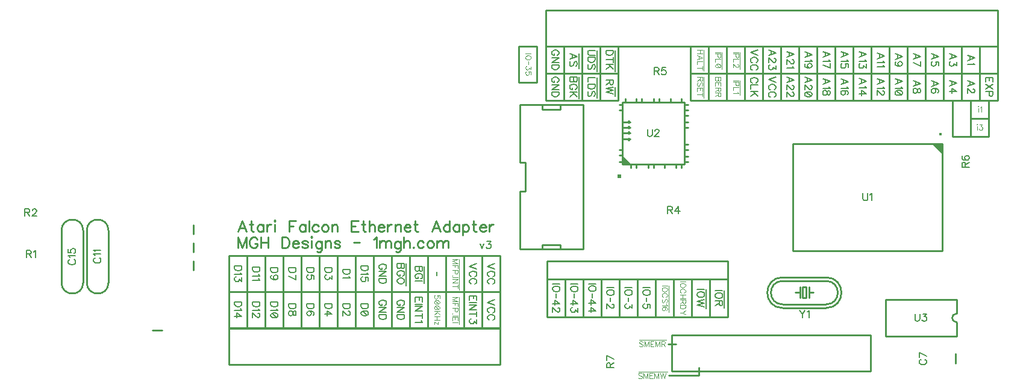
<source format=gto>
G04 DipTrace 3.0.0.1*
G04 Falc-eth.GTO*
%MOMM*%
G04 #@! TF.FileFunction,Legend,Top*
G04 #@! TF.Part,Single*
%ADD10C,0.25*%
%ADD15C,0.254*%
%ADD41C,0.3978*%
%ADD44C,0.6006*%
%ADD84C,0.15686*%
%ADD85C,0.11765*%
%ADD86C,0.23529*%
%FSLAX35Y35*%
G04*
G71*
G90*
G75*
G01*
G04 TopSilk*
%LPD*%
X4400907Y2929710D2*
D10*
Y3059610D1*
X15113913Y1497510D2*
Y1367610D1*
X3831410Y1829713D2*
X3961310D1*
X3210560Y2499004D2*
Y3236316D1*
X2905760Y2499004D2*
Y3236316D1*
X3210560D2*
G03X2905760Y3236316I-152400J-356D01*
G01*
Y2499004D2*
G03X3210560Y2499004I152400J356D01*
G01*
X4400907Y3183710D2*
Y3313610D1*
X4399887Y2675710D2*
Y2805610D1*
X2854960Y2499004D2*
Y3236316D1*
X2550160Y2499004D2*
Y3236316D1*
X2854960D2*
G03X2550160Y3236316I-152400J-356D01*
G01*
Y2499004D2*
G03X2854960Y2499004I152400J356D01*
G01*
X9357025Y5826231D2*
X15707440D1*
X9357025Y6334080D2*
X15707440D1*
X9357025Y5826231D2*
Y6334080D1*
X15707440Y5826231D2*
Y6334080D1*
X8714205Y1350280D2*
Y1858129D1*
X4903740Y1350280D2*
Y1858129D1*
Y1350280D2*
X8714205D1*
X4903740Y1858129D2*
X8714205D1*
X9306433Y4938268D2*
Y5001260D1*
X9560687Y4938268D2*
X9306433D1*
X9560687D2*
Y5001260D1*
X9306433Y2969260D2*
Y3032252D1*
X9560687D2*
X9306433D1*
X9560687Y2969260D2*
Y3032252D1*
X9878060Y5001260D2*
X8989060D1*
X9878060Y2969260D2*
X8989060D1*
X9878060D2*
Y5001260D1*
X9065514Y4188460D2*
X8989060D1*
X9065514Y3782060D2*
Y4188460D1*
Y3782060D2*
X8989060D1*
Y4188460D2*
Y5001260D1*
Y2969260D2*
Y3782060D1*
X11910060Y2550160D2*
Y2804160D1*
X9370060Y2550160D2*
X11910060D1*
X9370060D2*
Y2804160D1*
X9560560D1*
X11910060D1*
X15072360Y5064760D2*
X15326360D1*
Y4556760D1*
X15072360D1*
Y5064760D1*
X13916660Y1254760D2*
X11122660D1*
Y1762760D1*
X13916660D1*
Y1254760D1*
X14925950Y4451135D2*
X12825770D1*
Y2951585D1*
X14925950D1*
Y4451135D1*
D41*
X14900960Y4591145D3*
G36*
X14925950Y4451135D2*
X14785955D1*
X14925950Y4311320D1*
Y4451135D1*
G37*
X10432220Y4166320D2*
D10*
X11302100D1*
Y5036200D1*
X10432220D1*
Y4166320D1*
D44*
X10387142Y4001254D3*
G36*
X10436180Y4168300D2*
X10438160Y4263208D1*
X10436180Y4168300D1*
G37*
G36*
X10427204Y4181236D2*
Y4301224D1*
X10567124Y4161304D1*
X10427204Y4181236D1*
G37*
X15127860Y1744049D2*
D10*
X14127860D1*
Y2264071D2*
Y1744049D1*
X15127860Y2264071D2*
X14127860D1*
X15127860D2*
Y2064070D1*
Y1744049D2*
Y1944050D1*
Y2064070D2*
G03X15127860Y1944050I10J-60010D01*
G01*
X12684742Y2143760D2*
X13294378D1*
X12684742Y2575560D2*
X13294378D1*
X12684742Y2194540D2*
X13294378D1*
Y2524780D2*
X12684742D1*
X12964150Y2435873D2*
X13014970D1*
Y2283447D1*
X12964150D1*
Y2435873D1*
X13053085D2*
Y2359660D1*
Y2283447D1*
X12926035Y2435873D2*
Y2359660D1*
Y2283447D1*
X13053085Y2359660D2*
X13116611D1*
X12926035D2*
X12862509D1*
X12684742Y2575560D2*
G03X12684742Y2143760I18J-215900D01*
G01*
X13294378D2*
G03X13294378Y2575560I-18J215900D01*
G01*
X12684742Y2524780D2*
G03X12684742Y2194540I58J-165120D01*
G01*
X13294378D2*
G03X13294378Y2524780I-58J165120D01*
G01*
X10551160Y4112260D2*
D15*
Y4163060D1*
X10627360Y4112260D2*
Y4163060D1*
X10792460Y4112260D2*
Y4163060D1*
X10868660Y4112260D2*
Y4163060D1*
X11021060D2*
Y4112260D1*
X11186160Y4163060D2*
Y4112260D1*
X10424160Y4366260D2*
X10386060D1*
X10424160Y4290060D2*
X10386060D1*
X10424160Y4201160D2*
X10386060D1*
X11262360Y4163060D2*
Y4112260D1*
X11313160Y4201160D2*
X11351260D1*
X11313160Y4277360D2*
X11351260D1*
X11313160Y4366260D2*
X11351260D1*
X11313160Y4442460D2*
X11351260D1*
X11313160Y5001260D2*
X11351260D1*
X11313160Y4925060D2*
X11351260D1*
X11313160Y4848860D2*
X11351260D1*
X11313160Y4759960D2*
X11351260D1*
X11313160Y4683760D2*
X11351260D1*
X11262360Y5090160D2*
Y5039360D1*
X11109960Y5090160D2*
Y5039360D1*
X10944860Y5090160D2*
Y5039360D1*
X10868660Y5090160D2*
Y5039360D1*
X10703560Y5090160D2*
Y5039360D1*
X10627360Y5090160D2*
Y5039360D1*
X10386060Y5001260D2*
X10424160D1*
X10474960Y5090160D2*
Y5039360D1*
X10386060Y4925060D2*
X10424160D1*
X10436860Y4759960D2*
X10538460D1*
X10513060Y4772660D1*
X10538460Y4759960D2*
X10513060Y4747260D1*
X10436860Y4683760D2*
X10538460D1*
X10513060Y4696460D1*
X10538460Y4683760D2*
X10513060Y4671060D1*
X10436860Y4607560D2*
X10538460D1*
X10513060Y4620260D1*
X10538460Y4607560D2*
X10513060Y4594860D1*
X10436860Y4518660D2*
X10538460D1*
X10513060Y4531360D1*
X10538460Y4518660D2*
X10513060Y4505960D1*
X11084560Y1191260D2*
X11503660D1*
Y1305560D1*
X11071860Y1635760D2*
X11186160D1*
X11389360Y5826760D2*
D10*
X11643360D1*
Y5445760D1*
X11389360D1*
Y5826760D1*
Y5445760D2*
X11643360D1*
Y5064760D1*
X11389360D1*
Y5445760D1*
X11656060Y2550160D2*
X11910060D1*
Y2016760D1*
X11656060D1*
Y2550160D1*
X11402060D2*
X11656060D1*
Y2016760D1*
X11402060D1*
Y2550160D1*
X11148060D2*
X11402060D1*
Y2016760D1*
X11148060D1*
Y2550160D1*
X10894060D2*
X11148060D1*
Y2016760D1*
X10894060D1*
Y2550160D1*
X10640060D2*
X10894060D1*
Y2016760D1*
X10640060D1*
Y2550160D1*
X10386060D2*
X10640060D1*
Y2016760D1*
X10386060D1*
Y2550160D1*
X15326360Y5064760D2*
X15580360D1*
Y4810760D1*
X15326360D1*
Y5064760D1*
Y4810760D2*
X15580360D1*
Y4556760D1*
X15326360D1*
Y4810760D1*
X10132060Y2550160D2*
X10386060D1*
Y2016760D1*
X10132060D1*
Y2550160D1*
X9878060D2*
X10132060D1*
Y2016760D1*
X9878060D1*
Y2550160D1*
X9624060D2*
X9878060D1*
Y2016760D1*
X9624060D1*
Y2550160D1*
X9370060D2*
X9624060D1*
Y2016760D1*
X9370060D1*
Y2550160D1*
X8976360Y5826760D2*
X9230360D1*
Y5318760D1*
X8976360D1*
Y5826760D1*
X11897360D2*
X12151360D1*
Y5445760D1*
X11897360D1*
Y5826760D1*
X11643360D2*
X11897360D1*
Y5445760D1*
X11643360D1*
Y5826760D1*
X11897360Y5445760D2*
X12151360D1*
Y5064760D1*
X11897360D1*
Y5445760D1*
X11643360D2*
X11897360D1*
Y5064760D1*
X11643360D1*
Y5445760D1*
X15453360Y5826760D2*
X15707360D1*
Y5445760D1*
X15453360D1*
Y5826760D1*
X15199360D2*
X15453360D1*
Y5445760D1*
X15199360D1*
Y5826760D1*
X14945360D2*
X15199360D1*
Y5445760D1*
X14945360D1*
Y5826760D1*
X14691360D2*
X14945360D1*
Y5445760D1*
X14691360D1*
Y5826760D1*
X14437360D2*
X14691360D1*
Y5445760D1*
X14437360D1*
Y5826760D1*
X14183360D2*
X14437360D1*
Y5445760D1*
X14183360D1*
Y5826760D1*
X13929360D2*
X14183360D1*
Y5445760D1*
X13929360D1*
Y5826760D1*
X13675360D2*
X13929360D1*
Y5445760D1*
X13675360D1*
Y5826760D1*
X13421360D2*
X13675360D1*
Y5445760D1*
X13421360D1*
Y5826760D1*
X13167360D2*
X13421360D1*
Y5445760D1*
X13167360D1*
Y5826760D1*
X12913360D2*
X13167360D1*
Y5445760D1*
X12913360D1*
Y5826760D1*
X12659360D2*
X12913360D1*
Y5445760D1*
X12659360D1*
Y5826760D1*
X12405360D2*
X12659360D1*
Y5445760D1*
X12405360D1*
Y5826760D1*
X12151360D2*
X12405360D1*
Y5445760D1*
X12151360D1*
Y5826760D1*
X15453360Y5445760D2*
X15707360D1*
Y5064760D1*
X15453360D1*
Y5445760D1*
X15199360D2*
X15453360D1*
Y5064760D1*
X15199360D1*
Y5445760D1*
X14945360D2*
X15199360D1*
Y5064760D1*
X14945360D1*
Y5445760D1*
X14691360D2*
X14945360D1*
Y5064760D1*
X14691360D1*
Y5445760D1*
X14437360D2*
X14691360D1*
Y5064760D1*
X14437360D1*
Y5445760D1*
X14183360D2*
X14437360D1*
Y5064760D1*
X14183360D1*
Y5445760D1*
X13929360D2*
X14183360D1*
Y5064760D1*
X13929360D1*
Y5445760D1*
X13675360D2*
X13929360D1*
Y5064760D1*
X13675360D1*
Y5445760D1*
X13421360D2*
X13675360D1*
Y5064760D1*
X13421360D1*
Y5445760D1*
X13167360D2*
X13421360D1*
Y5064760D1*
X13167360D1*
Y5445760D1*
X12913360D2*
X13167360D1*
Y5064760D1*
X12913360D1*
Y5445760D1*
X12659360D2*
X12913360D1*
Y5064760D1*
X12659360D1*
Y5445760D1*
X12405360D2*
X12659360D1*
Y5064760D1*
X12405360D1*
Y5445760D1*
X12151360D2*
X12405360D1*
Y5064760D1*
X12151360D1*
Y5445760D1*
X8455660Y2880360D2*
X8709660D1*
Y2372360D1*
X8455660D1*
Y2880360D1*
X8201660D2*
X8455660D1*
Y2372360D1*
X8201660D1*
Y2880360D1*
X7947660D2*
X8201660D1*
Y2372360D1*
X7947660D1*
Y2880360D1*
X7693660D2*
X7947660D1*
Y2372360D1*
X7693660D1*
Y2880360D1*
X7439660D2*
X7693660D1*
Y2372360D1*
X7439660D1*
Y2880360D1*
X7185660D2*
X7439660D1*
Y2372360D1*
X7185660D1*
Y2880360D1*
X6931660D2*
X7185660D1*
Y2372360D1*
X6931660D1*
Y2880360D1*
X6677660D2*
X6931660D1*
Y2372360D1*
X6677660D1*
Y2880360D1*
X6423660D2*
X6677660D1*
Y2372360D1*
X6423660D1*
Y2880360D1*
X6169660D2*
X6423660D1*
Y2372360D1*
X6169660D1*
Y2880360D1*
X5915660D2*
X6169660D1*
Y2372360D1*
X5915660D1*
Y2880360D1*
X5661660D2*
X5915660D1*
Y2372360D1*
X5661660D1*
Y2880360D1*
X5407660D2*
X5661660D1*
Y2372360D1*
X5407660D1*
Y2880360D1*
X5153660D2*
X5407660D1*
Y2372360D1*
X5153660D1*
Y2880360D1*
X4899660D2*
X5153660D1*
Y2372360D1*
X4899660D1*
Y2880360D1*
X8455660Y2372360D2*
X8709660D1*
Y1864360D1*
X8455660D1*
Y2372360D1*
X8201660D2*
X8455660D1*
Y1864360D1*
X8201660D1*
Y2372360D1*
X7947660D2*
X8201660D1*
Y1864360D1*
X7947660D1*
Y2372360D1*
X7693660D2*
X7947660D1*
Y1864360D1*
X7693660D1*
Y2372360D1*
X7439660D2*
X7693660D1*
Y1864360D1*
X7439660D1*
Y2372360D1*
X7185660D2*
X7439660D1*
Y1864360D1*
X7185660D1*
Y2372360D1*
X6931660D2*
X7185660D1*
Y1864360D1*
X6931660D1*
Y2372360D1*
X6677660D2*
X6931660D1*
Y1864360D1*
X6677660D1*
Y2372360D1*
X6423660D2*
X6677660D1*
Y1864360D1*
X6423660D1*
Y2372360D1*
X6169660D2*
X6423660D1*
Y1864360D1*
X6169660D1*
Y2372360D1*
X5915660D2*
X6169660D1*
Y1864360D1*
X5915660D1*
Y2372360D1*
X5661660D2*
X5915660D1*
Y1864360D1*
X5661660D1*
Y2372360D1*
X5407660D2*
X5661660D1*
Y1864360D1*
X5407660D1*
Y2372360D1*
X5153660D2*
X5407660D1*
Y1864360D1*
X5153660D1*
Y2372360D1*
X4899660D2*
X5153660D1*
Y1864360D1*
X4899660D1*
Y2372360D1*
X10119360Y5826760D2*
X10373360D1*
Y5445760D1*
X10119360D1*
Y5826760D1*
X9865360D2*
X10119360D1*
Y5445760D1*
X9865360D1*
Y5826760D1*
X9611360D2*
X9865360D1*
Y5445760D1*
X9611360D1*
Y5826760D1*
X9357360D2*
X9611360D1*
Y5445760D1*
X9357360D1*
Y5826760D1*
X10119360Y5445760D2*
X10373360D1*
Y5064760D1*
X10119360D1*
Y5445760D1*
X9865360D2*
X10119360D1*
Y5064760D1*
X9865360D1*
Y5445760D1*
X9611360D2*
X9865360D1*
Y5064760D1*
X9611360D1*
Y5445760D1*
X9357360D2*
X9611360D1*
Y5064760D1*
X9357360D1*
Y5445760D1*
X14629329Y1419289D2*
D84*
X14619671Y1414459D1*
X14609900Y1404689D1*
X14605071Y1395030D1*
Y1375601D1*
X14609900Y1365830D1*
X14619671Y1356172D1*
X14629329Y1351230D1*
X14643929Y1346401D1*
X14668300D1*
X14682788Y1351230D1*
X14692558Y1356172D1*
X14702217Y1365830D1*
X14707159Y1375601D1*
Y1395030D1*
X14702217Y1404688D1*
X14692559Y1414459D1*
X14682788Y1419288D1*
X14707158Y1470090D2*
X14605183Y1518719D1*
Y1450661D1*
X3025254Y2848361D2*
X3015596Y2843532D1*
X3005825Y2833761D1*
X3000995Y2824102D1*
Y2804673D1*
X3005825Y2794902D1*
X3015595Y2785244D1*
X3025254Y2780302D1*
X3039854Y2775473D1*
X3064225D1*
X3078712Y2780302D1*
X3088483Y2785244D1*
X3098142Y2794902D1*
X3103083Y2804673D1*
Y2824102D1*
X3098142Y2833761D1*
X3088483Y2843531D1*
X3078712Y2848361D1*
X3020537Y2879733D2*
X3015596Y2889504D1*
X3001108Y2904104D1*
X3103083D1*
X3020537Y2935477D2*
X3015596Y2945247D1*
X3001108Y2959847D1*
X3103083D1*
X2669654Y2826517D2*
X2659996Y2821688D1*
X2650225Y2811917D1*
X2645395Y2802259D1*
Y2782829D1*
X2650225Y2773059D1*
X2659995Y2763400D1*
X2669654Y2758459D1*
X2684254Y2753629D1*
X2708625D1*
X2723112Y2758459D1*
X2732883Y2763400D1*
X2742542Y2773058D1*
X2747483Y2782829D1*
Y2802258D1*
X2742542Y2811917D1*
X2732883Y2821688D1*
X2723112Y2826517D1*
X2664937Y2857889D2*
X2659996Y2867660D1*
X2645508Y2882260D1*
X2747483D1*
X2645508Y2971920D2*
Y2923403D1*
X2689196Y2918574D1*
X2684366Y2923403D1*
X2679425Y2938003D1*
Y2952491D1*
X2684366Y2967091D1*
X2694025Y2976862D1*
X2708625Y2981691D1*
X2718283D1*
X2732883Y2976862D1*
X2742654Y2967091D1*
X2747483Y2952491D1*
Y2938003D1*
X2742654Y2923403D1*
X2737712Y2918574D1*
X2728054Y2913633D1*
X2057459Y2904320D2*
X2101147D1*
X2115747Y2909262D1*
X2120688Y2914091D1*
X2125518Y2923749D1*
Y2933520D1*
X2120688Y2943179D1*
X2115747Y2948120D1*
X2101147Y2952949D1*
X2057459D1*
Y2850862D1*
X2091488Y2904320D2*
X2125518Y2850862D1*
X2156890Y2933408D2*
X2166661Y2938349D1*
X2181261Y2952837D1*
Y2850862D1*
X2036115Y3488520D2*
X2079803D1*
X2094403Y3493462D1*
X2099344Y3498291D1*
X2104174Y3507949D1*
Y3517720D1*
X2099344Y3527379D1*
X2094403Y3532320D1*
X2079803Y3537149D1*
X2036115D1*
Y3435062D1*
X2070144Y3488520D2*
X2104174Y3435062D1*
X2140488Y3512779D2*
Y3517608D1*
X2145317Y3527379D1*
X2150146Y3532208D1*
X2159917Y3537037D1*
X2179346D1*
X2189005Y3532208D1*
X2193834Y3527379D1*
X2198776Y3517608D1*
Y3507949D1*
X2193834Y3498179D1*
X2184176Y3483691D1*
X2135546Y3435062D1*
X2203605D1*
X11069521Y3522371D2*
X11113208D1*
X11127808Y3527312D1*
X11132750Y3532141D1*
X11137579Y3541800D1*
Y3551571D1*
X11132750Y3561229D1*
X11127808Y3566171D1*
X11113208Y3571000D1*
X11069521D1*
Y3468912D1*
X11103550Y3522371D2*
X11137579Y3468912D1*
X11217581D2*
Y3570888D1*
X11168952Y3502941D1*
X11241839D1*
X10879915Y5478171D2*
X10923603D1*
X10938203Y5483112D1*
X10943144Y5487941D1*
X10947974Y5497600D1*
Y5507371D1*
X10943144Y5517029D1*
X10938203Y5521971D1*
X10923603Y5526800D1*
X10879915D1*
Y5424712D1*
X10913944Y5478171D2*
X10947974Y5424712D1*
X11037634Y5526688D2*
X10989117D1*
X10984288Y5483000D1*
X10989117Y5487829D1*
X11003717Y5492771D1*
X11018205D1*
X11032805Y5487829D1*
X11042576Y5478171D1*
X11047405Y5463571D1*
Y5453912D1*
X11042576Y5439312D1*
X11032805Y5429541D1*
X11018205Y5424712D1*
X11003717D1*
X10989117Y5429541D1*
X10984288Y5434483D1*
X10979346Y5444141D1*
X15252800Y4125986D2*
Y4169674D1*
X15247859Y4184274D1*
X15243029Y4189216D1*
X15233371Y4194045D1*
X15223600D1*
X15213942Y4189216D1*
X15209000Y4184274D1*
X15204171Y4169674D1*
Y4125986D1*
X15306258D1*
X15252800Y4160016D2*
X15306259Y4194045D1*
X15218771Y4283705D2*
X15209112Y4278876D1*
X15204283Y4264276D1*
Y4254617D1*
X15209112Y4240017D1*
X15223712Y4230246D1*
X15247971Y4225417D1*
X15272229D1*
X15291659Y4230246D1*
X15301429Y4240017D1*
X15306258Y4254617D1*
Y4259446D1*
X15301429Y4273934D1*
X15291659Y4283705D1*
X15277059Y4288534D1*
X15272229D1*
X15257629Y4283705D1*
X15247971Y4273934D1*
X15243142Y4259446D1*
Y4254617D1*
X15247971Y4240017D1*
X15257629Y4230246D1*
X15272229Y4225417D1*
X10261700Y1304616D2*
Y1348303D1*
X10256759Y1362903D1*
X10251929Y1367845D1*
X10242271Y1372674D1*
X10232500D1*
X10222842Y1367845D1*
X10217900Y1362903D1*
X10213071Y1348303D1*
Y1304616D1*
X10315158D1*
X10261700Y1338645D2*
X10315159Y1372674D1*
X10315158Y1423476D2*
X10213183Y1472105D1*
Y1404046D1*
X13813959Y3758525D2*
Y3685637D1*
X13818788Y3671037D1*
X13828559Y3661378D1*
X13843159Y3656437D1*
X13852818D1*
X13867418Y3661378D1*
X13877188Y3671037D1*
X13882018Y3685637D1*
Y3758525D1*
X13913390Y3738983D2*
X13923161Y3743925D1*
X13937761Y3758412D1*
Y3656437D1*
X10783415Y4658425D2*
Y4585537D1*
X10788244Y4570937D1*
X10798015Y4561278D1*
X10812615Y4556337D1*
X10822274D1*
X10836874Y4561278D1*
X10846644Y4570937D1*
X10851474Y4585537D1*
Y4658425D1*
X10887788Y4634054D2*
Y4638883D1*
X10892617Y4648654D1*
X10897446Y4653483D1*
X10907217Y4658312D1*
X10926646D1*
X10936305Y4653483D1*
X10941134Y4648654D1*
X10946076Y4638883D1*
Y4629225D1*
X10941134Y4619454D1*
X10931476Y4604966D1*
X10882846Y4556337D1*
X10950905D1*
X14544115Y2061225D2*
Y1988337D1*
X14548944Y1973737D1*
X14558715Y1964078D1*
X14573315Y1959137D1*
X14582974D1*
X14597574Y1964078D1*
X14607344Y1973737D1*
X14612174Y1988337D1*
Y2061225D1*
X14653317Y2061112D2*
X14706663D1*
X14677576Y2022254D1*
X14692176D1*
X14701834Y2017425D1*
X14706663Y2012595D1*
X14711605Y1997995D1*
Y1988337D1*
X14706663Y1973737D1*
X14697005Y1963966D1*
X14682405Y1959137D1*
X14667805D1*
X14653317Y1963966D1*
X14648488Y1968908D1*
X14643546Y1978566D1*
X12922830Y2109300D2*
X12961688Y2060671D1*
Y2007212D1*
X13000547Y2109300D2*
X12961688Y2060671D1*
X13031919Y2089758D2*
X13041690Y2094700D1*
X13056290Y2109188D1*
Y2007212D1*
X11559233Y5773641D2*
D85*
X11482668D1*
X11559233Y5722598D2*
X11482668D1*
X11522762Y5773641D2*
X11522761Y5722598D1*
X11482668Y5640697D2*
X11559233Y5669925D1*
X11482668Y5699069D1*
X11508189Y5688118D2*
Y5651647D1*
X11559233Y5617167D2*
X11482668D1*
Y5573451D1*
X11559233Y5524400D2*
X11482668D1*
X11559233Y5549922D2*
Y5498878D1*
X11579196Y5773641D2*
Y5475349D1*
X11522762Y5390788D2*
X11522761Y5358023D1*
X11526468Y5347073D1*
X11530089Y5343367D1*
X11537333Y5339745D1*
X11544661D1*
X11551905Y5343367D1*
X11555611Y5347073D1*
X11559233Y5358023D1*
Y5390788D1*
X11482668D1*
X11522761Y5365267D2*
X11482668Y5339745D1*
X11548283Y5265172D2*
X11555611Y5272415D1*
X11559233Y5283365D1*
Y5297937D1*
X11555611Y5308887D1*
X11548283Y5316215D1*
X11541039D1*
X11533711Y5312509D1*
X11530089Y5308887D1*
X11526468Y5301643D1*
X11519139Y5279743D1*
X11515518Y5272415D1*
X11511811Y5268793D1*
X11504568Y5265172D1*
X11493618D1*
X11486374Y5272415D1*
X11482668Y5283365D1*
Y5297937D1*
X11486374Y5308887D1*
X11493618Y5316215D1*
X11559233Y5194304D2*
Y5241642D1*
X11482668D1*
Y5194305D1*
X11522761Y5241642D2*
Y5212498D1*
X11559233Y5145253D2*
X11482668D1*
X11559233Y5170775D2*
Y5119731D1*
X11579196Y5390788D2*
Y5096202D1*
X11840225Y2387720D2*
D84*
X11738137D1*
X11840224Y2327147D2*
X11835395Y2336918D1*
X11825625Y2346577D1*
X11815966Y2351518D1*
X11801366Y2356347D1*
X11776995D1*
X11762508Y2351518D1*
X11752737Y2346577D1*
X11743078Y2336918D1*
X11738137Y2327148D1*
Y2307718D1*
X11743078Y2298060D1*
X11752737Y2288289D1*
X11762508Y2283460D1*
X11776995Y2278631D1*
X11801366D1*
X11815966Y2283460D1*
X11825624Y2288289D1*
X11835395Y2298060D1*
X11840224Y2307718D1*
Y2327147D1*
X11791595Y2247258D2*
Y2203570D1*
X11796537Y2188970D1*
X11801366Y2184029D1*
X11811024Y2179200D1*
X11820795D1*
X11830454Y2184029D1*
X11835395Y2188970D1*
X11840224Y2203570D1*
Y2247258D1*
X11738137D1*
X11791595Y2213229D2*
X11738137Y2179200D1*
X11866842Y2387720D2*
X11866841Y2147827D1*
X11586225Y2402320D2*
X11484137D1*
X11586224Y2341747D2*
X11581395Y2351518D1*
X11571625Y2361177D1*
X11561966Y2366118D1*
X11547366Y2370947D1*
X11522995D1*
X11508508Y2366118D1*
X11498737Y2361177D1*
X11489078Y2351518D1*
X11484137Y2341748D1*
Y2322318D1*
X11489078Y2312660D1*
X11498737Y2302889D1*
X11508508Y2298060D1*
X11522995Y2293231D1*
X11547366D1*
X11561966Y2298060D1*
X11571624Y2302889D1*
X11581395Y2312660D1*
X11586224Y2322318D1*
Y2341747D1*
Y2261858D2*
X11484137Y2237487D1*
X11586224Y2213229D1*
X11484137Y2188971D1*
X11586224Y2164600D1*
X11612842Y2402320D2*
X11612841Y2133227D1*
X11317933Y2516234D2*
D85*
X11241368D1*
X11317933Y2470805D2*
X11314311Y2478133D1*
X11306983Y2485377D1*
X11299740Y2489083D1*
X11288790Y2492705D1*
X11270511D1*
X11259646Y2489083D1*
X11252318Y2485377D1*
X11245074Y2478133D1*
X11241368Y2470805D1*
Y2456233D1*
X11245074Y2448989D1*
X11252318Y2441661D1*
X11259646Y2438039D1*
X11270511Y2434417D1*
X11288789D1*
X11299739Y2438039D1*
X11306983Y2441661D1*
X11314311Y2448989D1*
X11317933Y2456233D1*
Y2470805D1*
X11299739Y2356222D2*
X11306983Y2359844D1*
X11314311Y2367172D1*
X11317933Y2374416D1*
Y2388988D1*
X11314311Y2396316D1*
X11306983Y2403560D1*
X11299739Y2407266D1*
X11288789Y2410888D1*
X11270511D1*
X11259646Y2407266D1*
X11252318Y2403560D1*
X11245074Y2396316D1*
X11241368Y2388988D1*
Y2374416D1*
X11245074Y2367172D1*
X11252318Y2359844D1*
X11259646Y2356222D1*
X11317933Y2332693D2*
X11241368D1*
X11317933Y2281649D2*
X11241368D1*
X11281461Y2332693D2*
Y2281649D1*
Y2258120D2*
Y2225354D1*
X11285168Y2214404D1*
X11288790Y2210698D1*
X11296033Y2207076D1*
X11303361D1*
X11310605Y2210698D1*
X11314311Y2214404D1*
X11317933Y2225354D1*
Y2258120D1*
X11241368D1*
X11281461Y2232598D2*
X11241368Y2207076D1*
X11317933Y2183546D2*
X11241368D1*
Y2158024D1*
X11245074Y2147074D1*
X11252318Y2139746D1*
X11259646Y2136124D1*
X11270511Y2132503D1*
X11288790D1*
X11299740Y2136124D1*
X11306983Y2139746D1*
X11314311Y2147074D1*
X11317933Y2158024D1*
Y2183546D1*
Y2108973D2*
X11281461Y2079829D1*
X11241368D1*
X11317933Y2050685D2*
X11281461Y2079829D1*
X11063933Y2457090D2*
X10987368D1*
X11063933Y2411660D2*
X11060311Y2418988D1*
X11052983Y2426232D1*
X11045740Y2429938D1*
X11034790Y2433560D1*
X11016511D1*
X11005646Y2429938D1*
X10998318Y2426232D1*
X10991074Y2418989D1*
X10987368Y2411661D1*
Y2397089D1*
X10991074Y2389845D1*
X10998318Y2382517D1*
X11005646Y2378895D1*
X11016511Y2375273D1*
X11034789D1*
X11045739Y2378895D1*
X11052983Y2382517D1*
X11060311Y2389845D1*
X11063933Y2397088D1*
Y2411660D1*
X11045739Y2297078D2*
X11052983Y2300700D1*
X11060311Y2308028D1*
X11063933Y2315272D1*
Y2329843D1*
X11060311Y2337171D1*
X11052983Y2344415D1*
X11045739Y2348121D1*
X11034789Y2351743D1*
X11016511D1*
X11005646Y2348122D1*
X10998318Y2344415D1*
X10991074Y2337172D1*
X10987368Y2329844D1*
Y2315272D1*
X10991074Y2308028D1*
X10998318Y2300700D1*
X11005646Y2297078D1*
X11052983Y2222504D2*
X11060311Y2229748D1*
X11063933Y2240698D1*
Y2255270D1*
X11060311Y2266220D1*
X11052983Y2273548D1*
X11045739D1*
X11038411Y2269842D1*
X11034790Y2266220D1*
X11031168Y2258976D1*
X11023840Y2237076D1*
X11020218Y2229748D1*
X11016511Y2226126D1*
X11009268Y2222505D1*
X10998318D1*
X10991074Y2229748D1*
X10987368Y2240698D1*
Y2255270D1*
X10991074Y2266220D1*
X10998318Y2273548D1*
X11049277Y2198975D2*
X11052983Y2191647D1*
X11063849Y2180697D1*
X10987368D1*
X11052983Y2113452D2*
X11060227Y2117074D1*
X11063849Y2128024D1*
Y2135268D1*
X11060227Y2146218D1*
X11049277Y2153546D1*
X11031083Y2157168D1*
X11012890D1*
X10998318Y2153546D1*
X10990990Y2146218D1*
X10987368Y2135268D1*
Y2131646D1*
X10990990Y2120780D1*
X10998318Y2113452D1*
X11009268Y2109830D1*
X11012890D1*
X11023840Y2113452D1*
X11031083Y2120780D1*
X11034705Y2131646D1*
Y2135268D1*
X11031083Y2146218D1*
X11023840Y2153546D1*
X11012890Y2157168D1*
X11083896Y2457090D2*
Y2086300D1*
X10824225Y2431483D2*
D84*
X10722137D1*
X10824224Y2370911D2*
X10819395Y2380681D1*
X10809625Y2390340D1*
X10799966Y2395281D1*
X10785366Y2400111D1*
X10760995D1*
X10746508Y2395281D1*
X10736737Y2390340D1*
X10727078Y2380682D1*
X10722137Y2370911D1*
Y2351482D1*
X10727078Y2341823D1*
X10736737Y2332052D1*
X10746508Y2327223D1*
X10760995Y2322394D1*
X10785366D1*
X10799966Y2327223D1*
X10809624Y2332052D1*
X10819395Y2341823D1*
X10824224Y2351481D1*
Y2370911D1*
X10773124Y2291021D2*
Y2234868D1*
X10824112Y2145207D2*
Y2193724D1*
X10780424Y2198553D1*
X10785254Y2193724D1*
X10790195Y2179124D1*
Y2164637D1*
X10785254Y2150037D1*
X10775595Y2140266D1*
X10760995Y2135437D1*
X10751337D1*
X10736737Y2140266D1*
X10726966Y2150037D1*
X10722137Y2164637D1*
Y2179124D1*
X10726966Y2193724D1*
X10731908Y2198553D1*
X10741566Y2203495D1*
X10570225Y2431483D2*
X10468137D1*
X10570224Y2370911D2*
X10565395Y2380681D1*
X10555625Y2390340D1*
X10545966Y2395281D1*
X10531366Y2400111D1*
X10506995D1*
X10492508Y2395281D1*
X10482737Y2390340D1*
X10473078Y2380682D1*
X10468137Y2370911D1*
Y2351482D1*
X10473078Y2341823D1*
X10482737Y2332052D1*
X10492508Y2327223D1*
X10506995Y2322394D1*
X10531366D1*
X10545966Y2327223D1*
X10555624Y2332052D1*
X10565395Y2341823D1*
X10570224Y2351481D1*
Y2370911D1*
X10519124Y2291021D2*
Y2234868D1*
X10570112Y2193724D2*
Y2140378D1*
X10531254Y2169466D1*
Y2154866D1*
X10526425Y2145207D1*
X10521595Y2140378D1*
X10506995Y2135437D1*
X10497337D1*
X10482737Y2140378D1*
X10472966Y2150037D1*
X10468137Y2164637D1*
Y2179237D1*
X10472966Y2193724D1*
X10477908Y2198553D1*
X10487566Y2203495D1*
X15428792Y4980633D2*
D85*
X15432414Y4977012D1*
X15436120Y4980633D1*
X15432414Y4984340D1*
X15428792Y4980633D1*
X15432414Y4955112D2*
Y4904068D1*
X15459650Y4965977D2*
X15466978Y4969683D1*
X15477928Y4980549D1*
Y4904068D1*
X15412409Y4726633D2*
X15416031Y4723012D1*
X15419737Y4726633D1*
X15416031Y4730340D1*
X15412409Y4726633D1*
X15416031Y4701112D2*
Y4650068D1*
X15450595Y4726549D2*
X15490605D1*
X15468789Y4697405D1*
X15479739D1*
X15486983Y4693783D1*
X15490605Y4690162D1*
X15494311Y4679212D1*
Y4671968D1*
X15490605Y4661018D1*
X15483361Y4653690D1*
X15472411Y4650068D1*
X15461461D1*
X15450595Y4653690D1*
X15446973Y4657396D1*
X15443267Y4664640D1*
X10316225Y2431483D2*
D84*
X10214137D1*
X10316224Y2370911D2*
X10311395Y2380681D1*
X10301625Y2390340D1*
X10291966Y2395281D1*
X10277366Y2400111D1*
X10252995D1*
X10238508Y2395281D1*
X10228737Y2390340D1*
X10219078Y2380682D1*
X10214137Y2370911D1*
Y2351482D1*
X10219078Y2341823D1*
X10228737Y2332052D1*
X10238508Y2327223D1*
X10252995Y2322394D1*
X10277366D1*
X10291966Y2327223D1*
X10301624Y2332052D1*
X10311395Y2341823D1*
X10316224Y2351481D1*
Y2370911D1*
X10265124Y2291021D2*
Y2234868D1*
X10291854Y2198553D2*
X10296683D1*
X10306454Y2193724D1*
X10311283Y2188895D1*
X10316112Y2179124D1*
Y2159695D1*
X10311283Y2150036D1*
X10306454Y2145207D1*
X10296683Y2140266D1*
X10287025D1*
X10277254Y2145207D1*
X10262766Y2154866D1*
X10214137Y2203495D1*
Y2135437D1*
X10062225Y2486028D2*
X9960137D1*
X10062224Y2425455D2*
X10057395Y2435226D1*
X10047625Y2444885D1*
X10037966Y2449826D1*
X10023366Y2454655D1*
X9998995D1*
X9984508Y2449826D1*
X9974737Y2444885D1*
X9965078Y2435226D1*
X9960137Y2425456D1*
Y2406026D1*
X9965078Y2396368D1*
X9974737Y2386597D1*
X9984508Y2381768D1*
X9998995Y2376939D1*
X10023366D1*
X10037966Y2381768D1*
X10047624Y2386597D1*
X10057395Y2396368D1*
X10062224Y2406026D1*
Y2425455D1*
X10011124Y2345566D2*
Y2289412D1*
X9960137Y2209411D2*
X10062112Y2209410D1*
X9994166Y2258040D1*
Y2185152D1*
X9960137Y2105150D2*
X10062112D1*
X9994166Y2153780D1*
Y2080892D1*
X9808225Y2483613D2*
X9706137D1*
X9808224Y2423041D2*
X9803395Y2432811D1*
X9793625Y2442470D1*
X9783966Y2447411D1*
X9769366Y2452241D1*
X9744995D1*
X9730508Y2447412D1*
X9720737Y2442470D1*
X9711078Y2432812D1*
X9706137Y2423041D1*
Y2403612D1*
X9711078Y2393953D1*
X9720737Y2384182D1*
X9730508Y2379353D1*
X9744995Y2374524D1*
X9769366D1*
X9783966Y2379353D1*
X9793624Y2384182D1*
X9803395Y2393953D1*
X9808224Y2403612D1*
Y2423041D1*
X9757124Y2343151D2*
Y2286998D1*
X9706137Y2206996D2*
X9808112D1*
X9740166Y2255625D1*
Y2182737D1*
X9808112Y2141594D2*
Y2088248D1*
X9769254Y2117336D1*
Y2102736D1*
X9764425Y2093077D1*
X9759595Y2088248D1*
X9744995Y2083306D1*
X9735337D1*
X9720737Y2088248D1*
X9710966Y2097906D1*
X9706137Y2112506D1*
Y2127106D1*
X9710966Y2141594D1*
X9715908Y2146423D1*
X9725566Y2151365D1*
X9554225Y2483613D2*
X9452137D1*
X9554224Y2423041D2*
X9549395Y2432811D1*
X9539625Y2442470D1*
X9529966Y2447411D1*
X9515366Y2452241D1*
X9490995D1*
X9476508Y2447412D1*
X9466737Y2442470D1*
X9457078Y2432812D1*
X9452137Y2423041D1*
Y2403612D1*
X9457078Y2393953D1*
X9466737Y2384182D1*
X9476508Y2379353D1*
X9490995Y2374524D1*
X9515366D1*
X9529966Y2379353D1*
X9539624Y2384182D1*
X9549395Y2393953D1*
X9554224Y2403612D1*
Y2423041D1*
X9503124Y2343151D2*
Y2286998D1*
X9452137Y2206996D2*
X9554112D1*
X9486166Y2255625D1*
Y2182737D1*
X9529854Y2146423D2*
X9534683D1*
X9544454Y2141594D1*
X9549283Y2136765D1*
X9554112Y2126994D1*
Y2107565D1*
X9549283Y2097906D1*
X9544454Y2093077D1*
X9534683Y2088136D1*
X9525025D1*
X9515254Y2093077D1*
X9500766Y2102736D1*
X9452137Y2151365D1*
Y2083306D1*
X9146233Y5721064D2*
D85*
X9069668D1*
X9146233Y5675635D2*
X9142611Y5682963D1*
X9135283Y5690206D1*
X9128040Y5693913D1*
X9117090Y5697534D1*
X9098811Y5697535D1*
X9087946Y5693913D1*
X9080618Y5690207D1*
X9073374Y5682963D1*
X9069668Y5675635D1*
Y5661063D1*
X9073374Y5653819D1*
X9080618Y5646491D1*
X9087946Y5642869D1*
X9098811Y5639247D1*
X9117089D1*
X9128039Y5642869D1*
X9135283Y5646491D1*
X9142611Y5653819D1*
X9146233Y5661063D1*
Y5675635D1*
X9107908Y5615718D2*
Y5573602D1*
X9146149Y5542745D2*
Y5502735D1*
X9117005Y5524551D1*
Y5513601D1*
X9113383Y5506357D1*
X9109761Y5502735D1*
X9098811Y5499029D1*
X9091568D1*
X9080618Y5502735D1*
X9073290Y5509979D1*
X9069668Y5520929D1*
Y5531879D1*
X9073290Y5542745D1*
X9076996Y5546367D1*
X9084240Y5550073D1*
X9146149Y5431784D2*
Y5468172D1*
X9113383Y5471793D1*
X9117005Y5468172D1*
X9120711Y5457222D1*
Y5446356D1*
X9117005Y5435406D1*
X9109761Y5428078D1*
X9098811Y5424456D1*
X9091568D1*
X9080618Y5428078D1*
X9073290Y5435406D1*
X9069668Y5446356D1*
Y5457222D1*
X9073290Y5468172D1*
X9076996Y5471793D1*
X9084240Y5475500D1*
X12067233Y5744456D2*
X11990668D1*
X12027140Y5720926D2*
X12027139Y5688076D1*
X12030761Y5677210D1*
X12034468Y5673504D1*
X12041711Y5669882D1*
X12052661D1*
X12059905Y5673504D1*
X12063611Y5677210D1*
X12067233Y5688076D1*
Y5720926D1*
X11990668D1*
X12067233Y5646353D2*
X11990668D1*
Y5602637D1*
X12048955Y5575402D2*
X12052577D1*
X12059905Y5571780D1*
X12063527Y5568158D1*
X12067149Y5560830D1*
Y5546258D1*
X12063527Y5539014D1*
X12059905Y5535392D1*
X12052577Y5531686D1*
X12045333D1*
X12038005Y5535392D1*
X12027140Y5542636D1*
X11990668Y5579108D1*
Y5528064D1*
X12087196Y5744456D2*
Y5504535D1*
X11813233Y5744456D2*
X11736668D1*
X11773140Y5720926D2*
X11773139Y5688076D1*
X11776761Y5677210D1*
X11780468Y5673504D1*
X11787711Y5669882D1*
X11798661D1*
X11805905Y5673504D1*
X11809611Y5677210D1*
X11813233Y5688076D1*
Y5720926D1*
X11736668D1*
X11813233Y5646353D2*
X11736668D1*
Y5602637D1*
X11813149Y5557208D2*
X11809527Y5568158D1*
X11798577Y5575486D1*
X11780383Y5579108D1*
X11769433D1*
X11751240Y5575486D1*
X11740290Y5568158D1*
X11736668Y5557208D1*
Y5549964D1*
X11740290Y5539014D1*
X11751240Y5531770D1*
X11769433Y5528064D1*
X11780383D1*
X11798577Y5531770D1*
X11809527Y5539014D1*
X11813149Y5549964D1*
Y5557208D1*
X11798577Y5531770D2*
X11751240Y5575486D1*
X11833196Y5744456D2*
Y5504535D1*
X12067233Y5347073D2*
X11990668D1*
X12027140Y5323543D2*
X12027139Y5290693D1*
X12030761Y5279828D1*
X12034468Y5276121D1*
X12041711Y5272500D1*
X12052661D1*
X12059905Y5276121D1*
X12063611Y5279828D1*
X12067233Y5290693D1*
Y5323543D1*
X11990668D1*
X12067233Y5248970D2*
X11990668D1*
Y5205255D1*
X12052577Y5181725D2*
X12056283Y5174397D1*
X12067149Y5163447D1*
X11990668D1*
X12087196Y5347073D2*
Y5139918D1*
X11813233Y5390788D2*
X11736668D1*
Y5357939D1*
X11740374Y5346989D1*
X11743996Y5343367D1*
X11751239Y5339745D1*
X11762189D1*
X11769518Y5343367D1*
X11773139Y5346989D1*
X11776761Y5357938D1*
X11780468Y5346988D1*
X11784089Y5343367D1*
X11791333Y5339745D1*
X11798661D1*
X11805905Y5343367D1*
X11809611Y5346988D1*
X11813233Y5357938D1*
Y5390788D1*
X11776762D2*
X11776761Y5357938D1*
X11813233Y5268878D2*
Y5316215D1*
X11736668D1*
Y5268878D1*
X11776761Y5316215D2*
Y5287072D1*
Y5245348D2*
Y5212583D1*
X11780468Y5201633D1*
X11784090Y5197926D1*
X11791333Y5194304D1*
X11798661D1*
X11805905Y5197926D1*
X11809611Y5201633D1*
X11813233Y5212583D1*
Y5245348D1*
X11736668D1*
X11776761Y5219826D2*
X11736668Y5194305D1*
X11776761Y5170775D2*
Y5138009D1*
X11780468Y5127059D1*
X11784090Y5123353D1*
X11791333Y5119731D1*
X11798661D1*
X11805905Y5123353D1*
X11809611Y5127059D1*
X11813233Y5138009D1*
Y5170775D1*
X11736668D1*
X11776761Y5145253D2*
X11736668Y5119731D1*
X15281437Y5625217D2*
D84*
X15383525Y5664188D1*
X15281437Y5703046D1*
X15315466Y5688446D2*
Y5639817D1*
X15363983Y5593844D2*
X15368924Y5584074D1*
X15383412Y5569474D1*
X15281437D1*
X15027437Y5647061D2*
X15129525Y5686031D1*
X15027437Y5724890D1*
X15061466Y5710290D2*
Y5661661D1*
X15129412Y5605917D2*
Y5552571D1*
X15090554Y5581659D1*
Y5567059D1*
X15085724Y5557401D1*
X15080895Y5552571D1*
X15066295Y5547630D1*
X15056637D1*
X15042037Y5552571D1*
X15032266Y5562230D1*
X15027437Y5576830D1*
Y5591430D1*
X15032266Y5605918D1*
X15037208Y5610747D1*
X15046866Y5615688D1*
X14773437Y5647061D2*
X14875525Y5686031D1*
X14773437Y5724890D1*
X14807466Y5710290D2*
Y5661661D1*
X14875412Y5557401D2*
Y5605917D1*
X14831724Y5610747D1*
X14836554Y5605917D1*
X14841495Y5591317D1*
Y5576830D1*
X14836554Y5562230D1*
X14826895Y5552459D1*
X14812295Y5547630D1*
X14802637D1*
X14788037Y5552459D1*
X14778266Y5562230D1*
X14773437Y5576830D1*
Y5591318D1*
X14778266Y5605918D1*
X14783208Y5610747D1*
X14792866Y5615688D1*
X14519437Y5647061D2*
X14621525Y5686031D1*
X14519437Y5724890D1*
X14553466Y5710290D2*
Y5661661D1*
X14519437Y5596259D2*
X14621412Y5547630D1*
Y5615688D1*
X14265437Y5644646D2*
X14367525Y5683617D1*
X14265437Y5722475D1*
X14299466Y5707875D2*
Y5659246D1*
X14333495Y5550044D2*
X14318895Y5554986D1*
X14309124Y5564644D1*
X14304295Y5579244D1*
Y5584074D1*
X14309124Y5598674D1*
X14318895Y5608332D1*
X14333495Y5613274D1*
X14338324D1*
X14352924Y5608332D1*
X14362583Y5598674D1*
X14367412Y5584074D1*
Y5579244D1*
X14362583Y5564644D1*
X14352924Y5554986D1*
X14333495Y5550044D1*
X14309124D1*
X14284866Y5554986D1*
X14270266Y5564644D1*
X14265437Y5579244D1*
Y5588903D1*
X14270266Y5603503D1*
X14280037Y5608332D1*
X14011437Y5653089D2*
X14113525Y5692059D1*
X14011437Y5730918D1*
X14045466Y5716318D2*
Y5667689D1*
X14093983Y5621716D2*
X14098924Y5611945D1*
X14113412Y5597345D1*
X14011437D1*
X14093983Y5565973D2*
X14098924Y5556202D1*
X14113412Y5541602D1*
X14011437D1*
X13757437Y5674932D2*
X13859525Y5713903D1*
X13757437Y5752761D1*
X13791466Y5738161D2*
Y5689532D1*
X13839983Y5643560D2*
X13844924Y5633789D1*
X13859412Y5619189D1*
X13757437D1*
X13859412Y5578046D2*
Y5524700D1*
X13820554Y5553787D1*
Y5539187D1*
X13815724Y5529529D1*
X13810895Y5524700D1*
X13796295Y5519758D1*
X13786637D1*
X13772037Y5524700D1*
X13762266Y5534358D1*
X13757437Y5548958D1*
Y5563558D1*
X13762266Y5578046D1*
X13767208Y5582875D1*
X13776866Y5587817D1*
X13503437Y5674932D2*
X13605525Y5713903D1*
X13503437Y5752761D1*
X13537466Y5738161D2*
Y5689532D1*
X13585983Y5643560D2*
X13590924Y5633789D1*
X13605412Y5619189D1*
X13503437D1*
X13605412Y5529529D2*
Y5578046D1*
X13561724Y5582875D1*
X13566554Y5578046D1*
X13571495Y5563446D1*
Y5548958D1*
X13566554Y5534358D1*
X13556895Y5524587D1*
X13542295Y5519758D1*
X13532637D1*
X13518037Y5524587D1*
X13508266Y5534358D1*
X13503437Y5548958D1*
Y5563446D1*
X13508266Y5578046D1*
X13513208Y5582875D1*
X13522866Y5587817D1*
X13249437Y5674932D2*
X13351525Y5713903D1*
X13249437Y5752761D1*
X13283466Y5738161D2*
Y5689532D1*
X13331983Y5643560D2*
X13336924Y5633789D1*
X13351412Y5619189D1*
X13249437D1*
Y5568387D2*
X13351412Y5519758D1*
Y5587817D1*
X12995437Y5672518D2*
X13097525Y5711488D1*
X12995437Y5750347D1*
X13029466Y5735747D2*
Y5687118D1*
X13077983Y5641145D2*
X13082924Y5631374D1*
X13097412Y5616774D1*
X12995437Y5616775D1*
X13063495Y5522173D2*
X13048895Y5527114D1*
X13039125Y5536773D1*
X13034295Y5551373D1*
Y5556202D1*
X13039124Y5570802D1*
X13048895Y5580460D1*
X13063495Y5585402D1*
X13068324D1*
X13082924Y5580460D1*
X13092583Y5570802D1*
X13097412Y5556202D1*
Y5551373D1*
X13092583Y5536773D1*
X13082924Y5527114D1*
X13063495Y5522173D1*
X13039125D1*
X13014866Y5527114D1*
X13000266Y5536773D1*
X12995437Y5551373D1*
Y5561031D1*
X13000266Y5575631D1*
X13010037Y5580460D1*
X12741437Y5674932D2*
X12843525Y5713903D1*
X12741437Y5752761D1*
X12775466Y5738161D2*
Y5689532D1*
X12819154Y5638618D2*
X12823983D1*
X12833754Y5633789D1*
X12838583Y5628960D1*
X12843412Y5619189D1*
Y5599760D1*
X12838583Y5590101D1*
X12833754Y5585272D1*
X12823983Y5580331D1*
X12814324D1*
X12804554Y5585272D1*
X12790066Y5594931D1*
X12741437Y5643560D1*
Y5575502D1*
X12823983Y5544129D2*
X12828924Y5534358D1*
X12843412Y5519758D1*
X12741437D1*
X12487437Y5696776D2*
X12589525Y5735747D1*
X12487437Y5774605D1*
X12521466Y5760005D2*
Y5711376D1*
X12565154Y5660462D2*
X12569983D1*
X12579754Y5655633D1*
X12584583Y5650804D1*
X12589412Y5641033D1*
Y5621604D1*
X12584583Y5611945D1*
X12579754Y5607116D1*
X12569983Y5602175D1*
X12560324D1*
X12550554Y5607116D1*
X12536066Y5616775D1*
X12487437Y5665404D1*
Y5597345D1*
X12589412Y5556202D2*
Y5502856D1*
X12550554Y5531944D1*
Y5517344D1*
X12545725Y5507685D1*
X12540895Y5502856D1*
X12526295Y5497914D1*
X12516637D1*
X12502037Y5502856D1*
X12492266Y5512514D1*
X12487437Y5527114D1*
Y5541714D1*
X12492266Y5556202D1*
X12497208Y5561031D1*
X12506866Y5565973D1*
X12335525Y5779378D2*
X12233437Y5740520D1*
X12335524Y5701662D1*
X12311266Y5597401D2*
X12320924Y5602231D1*
X12330695Y5612001D1*
X12335524Y5621660D1*
Y5641089D1*
X12330695Y5650860D1*
X12320924Y5660518D1*
X12311266Y5665460D1*
X12296666Y5670289D1*
X12272295D1*
X12257808Y5665460D1*
X12248037Y5660518D1*
X12238378Y5650860D1*
X12233437Y5641089D1*
Y5621660D1*
X12238378Y5612002D1*
X12248037Y5602231D1*
X12257808Y5597402D1*
X12311266Y5493141D2*
X12320924Y5497970D1*
X12330695Y5507741D1*
X12335524Y5517400D1*
Y5536829D1*
X12330695Y5546600D1*
X12320924Y5556258D1*
X12311266Y5561200D1*
X12296666Y5566029D1*
X12272295D1*
X12257808Y5561200D1*
X12248037Y5556258D1*
X12238378Y5546600D1*
X12233437Y5536829D1*
Y5517400D1*
X12238378Y5507741D1*
X12248037Y5497971D1*
X12257808Y5493141D1*
X15637524Y5323132D2*
X15637525Y5386249D1*
X15535437D1*
Y5323132D1*
X15588895Y5386249D2*
Y5347391D1*
X15637524Y5291760D2*
X15535437Y5223702D1*
X15637524Y5223701D2*
X15535437Y5291760D1*
X15584066Y5192329D2*
Y5148529D1*
X15588895Y5134041D1*
X15593837Y5129100D1*
X15603495Y5124270D1*
X15618095D1*
X15627754Y5129100D1*
X15632695Y5134041D1*
X15637524Y5148529D1*
Y5192329D1*
X15535437D1*
X15281437Y5266061D2*
X15383525Y5305031D1*
X15281437Y5343890D1*
X15315466Y5329290D2*
Y5280661D1*
X15359154Y5229747D2*
X15363983D1*
X15373754Y5224917D1*
X15378583Y5220088D1*
X15383412Y5210317D1*
Y5190888D1*
X15378583Y5181230D1*
X15373754Y5176401D1*
X15363983Y5171459D1*
X15354324D1*
X15344554Y5176401D1*
X15330066Y5186059D1*
X15281437Y5234688D1*
Y5166630D1*
X15027437Y5268475D2*
X15129525Y5307446D1*
X15027437Y5346304D1*
X15061466Y5331704D2*
Y5283075D1*
X15027437Y5188474D2*
X15129412D1*
X15061466Y5237103D1*
Y5164215D1*
X14773437Y5263590D2*
X14875525Y5302561D1*
X14773437Y5341419D1*
X14807466Y5326819D2*
Y5278190D1*
X14860924Y5173930D2*
X14870583Y5178759D1*
X14875412Y5193359D1*
Y5203017D1*
X14870583Y5217617D1*
X14855983Y5227388D1*
X14831724Y5232217D1*
X14807466D1*
X14788037Y5227388D1*
X14778266Y5217618D1*
X14773437Y5203018D1*
Y5198188D1*
X14778266Y5183701D1*
X14788037Y5173930D1*
X14802637Y5169101D1*
X14807466D1*
X14822066Y5173930D1*
X14831724Y5183701D1*
X14836554Y5198188D1*
Y5203017D1*
X14831724Y5217617D1*
X14822066Y5227388D1*
X14807466Y5232217D1*
X14519437Y5266005D2*
X14621525Y5304975D1*
X14519437Y5343834D1*
X14553466Y5329234D2*
Y5280605D1*
X14621412Y5210374D2*
X14616583Y5224861D1*
X14606924Y5229803D1*
X14597154D1*
X14587495Y5224861D1*
X14582554Y5215203D1*
X14577724Y5195774D1*
X14572895Y5181174D1*
X14563124Y5171515D1*
X14553466Y5166686D1*
X14538866D1*
X14529208Y5171515D1*
X14524266Y5176344D1*
X14519437Y5190944D1*
Y5210374D1*
X14524266Y5224861D1*
X14529208Y5229803D1*
X14538866Y5234632D1*
X14553466D1*
X14563124Y5229803D1*
X14572895Y5220032D1*
X14577724Y5205544D1*
X14582554Y5186115D1*
X14587495Y5176344D1*
X14597154Y5171515D1*
X14606924D1*
X14616583Y5176344D1*
X14621412Y5190944D1*
Y5210374D1*
X14265437Y5293932D2*
X14367525Y5332903D1*
X14265437Y5371761D1*
X14299466Y5357161D2*
Y5308532D1*
X14347983Y5262560D2*
X14352924Y5252789D1*
X14367412Y5238189D1*
X14265437D1*
X14367412Y5177617D2*
X14362583Y5192217D1*
X14347983Y5201987D1*
X14323724Y5206817D1*
X14309124D1*
X14284866Y5201987D1*
X14270266Y5192217D1*
X14265437Y5177617D1*
Y5167958D1*
X14270266Y5153358D1*
X14284866Y5143700D1*
X14309125Y5138758D1*
X14323724D1*
X14347983Y5143700D1*
X14362583Y5153358D1*
X14367412Y5167958D1*
Y5177617D1*
X14347983Y5143700D2*
X14284866Y5201987D1*
X14011437Y5293932D2*
X14113525Y5332903D1*
X14011437Y5371761D1*
X14045466Y5357161D2*
Y5308532D1*
X14093983Y5262560D2*
X14098924Y5252789D1*
X14113412Y5238189D1*
X14011437D1*
X14089154Y5201875D2*
X14093983D1*
X14103754Y5197046D1*
X14108583Y5192217D1*
X14113412Y5182446D1*
Y5163017D1*
X14108583Y5153358D1*
X14103754Y5148529D1*
X14093983Y5143587D1*
X14084324D1*
X14074554Y5148529D1*
X14060066Y5158187D1*
X14011437Y5206817D1*
Y5138758D1*
X13757437Y5296347D2*
X13859525Y5335318D1*
X13757437Y5374176D1*
X13791466Y5359576D2*
Y5310947D1*
X13839983Y5264974D2*
X13844924Y5255204D1*
X13859412Y5240604D1*
X13757437D1*
Y5160602D2*
X13859412D1*
X13791466Y5209231D1*
Y5136344D1*
X13503437Y5291462D2*
X13605525Y5330432D1*
X13503437Y5369291D1*
X13537466Y5354691D2*
Y5306062D1*
X13585983Y5260089D2*
X13590924Y5250318D1*
X13605412Y5235718D1*
X13503437D1*
X13590924Y5146058D2*
X13600583Y5150887D1*
X13605412Y5165487D1*
Y5175146D1*
X13600583Y5189746D1*
X13585983Y5199517D1*
X13561724Y5204346D1*
X13537466D1*
X13518037Y5199517D1*
X13508266Y5189746D1*
X13503437Y5175146D1*
Y5170317D1*
X13508266Y5155829D1*
X13518037Y5146058D1*
X13532637Y5141229D1*
X13537466D1*
X13552066Y5146058D1*
X13561724Y5155829D1*
X13566554Y5170317D1*
Y5175146D1*
X13561724Y5189746D1*
X13552066Y5199517D1*
X13537466Y5204346D1*
X13249437Y5293876D2*
X13351525Y5332847D1*
X13249437Y5371705D1*
X13283466Y5357105D2*
Y5308476D1*
X13331983Y5262504D2*
X13336924Y5252733D1*
X13351412Y5238133D1*
X13249437D1*
X13351412Y5182502D2*
X13346583Y5196990D1*
X13336924Y5201931D1*
X13327154D1*
X13317495Y5196990D1*
X13312554Y5187331D1*
X13307724Y5167902D1*
X13302895Y5153302D1*
X13293125Y5143644D1*
X13283466Y5138814D1*
X13268866D1*
X13259208Y5143644D1*
X13254266Y5148473D1*
X13249437Y5163073D1*
Y5182502D1*
X13254266Y5196990D1*
X13259208Y5201931D1*
X13268866Y5206760D1*
X13283466D1*
X13293124Y5201931D1*
X13302895Y5192160D1*
X13307724Y5177673D1*
X13312554Y5158244D1*
X13317495Y5148473D1*
X13327154Y5143644D1*
X13336924D1*
X13346583Y5148473D1*
X13351412Y5163073D1*
Y5182502D1*
X12995437Y5315776D2*
X13097525Y5354747D1*
X12995437Y5393605D1*
X13029466Y5379005D2*
Y5330376D1*
X13073154Y5279462D2*
X13077983D1*
X13087754Y5274633D1*
X13092583Y5269804D1*
X13097412Y5260033D1*
Y5240604D1*
X13092583Y5230945D1*
X13087754Y5226116D1*
X13077983Y5221175D1*
X13068324D1*
X13058554Y5226116D1*
X13044066Y5235775D1*
X12995437Y5284404D1*
Y5216345D1*
X13097412Y5155773D2*
X13092583Y5170373D1*
X13077983Y5180144D1*
X13053724Y5184973D1*
X13039125D1*
X13014866Y5180144D1*
X13000266Y5170373D1*
X12995437Y5155773D1*
Y5146114D1*
X13000266Y5131514D1*
X13014866Y5121856D1*
X13039125Y5116914D1*
X13053725D1*
X13077983Y5121856D1*
X13092583Y5131514D1*
X13097412Y5146114D1*
Y5155773D1*
X13077983Y5121856D2*
X13014866Y5180144D1*
X12741437Y5315776D2*
X12843525Y5354747D1*
X12741437Y5393605D1*
X12775466Y5379005D2*
Y5330376D1*
X12819154Y5279462D2*
X12823983D1*
X12833754Y5274633D1*
X12838583Y5269804D1*
X12843412Y5260033D1*
Y5240604D1*
X12838583Y5230945D1*
X12833754Y5226116D1*
X12823983Y5221175D1*
X12814324D1*
X12804554Y5226116D1*
X12790066Y5235775D1*
X12741437Y5284404D1*
Y5216345D1*
X12819154Y5180031D2*
X12823983D1*
X12833754Y5175202D1*
X12838583Y5170373D1*
X12843412Y5160602D1*
Y5141173D1*
X12838583Y5131514D1*
X12833754Y5126685D1*
X12823983Y5121744D1*
X12814324D1*
X12804554Y5126685D1*
X12790066Y5136344D1*
X12741437Y5184973D1*
Y5116914D1*
X12589525Y5398378D2*
X12487437Y5359520D1*
X12589524Y5320662D1*
X12565266Y5216401D2*
X12574924Y5221231D1*
X12584695Y5231001D1*
X12589524Y5240660D1*
Y5260089D1*
X12584695Y5269860D1*
X12574924Y5279518D1*
X12565266Y5284460D1*
X12550666Y5289289D1*
X12526295D1*
X12511808Y5284460D1*
X12502037Y5279518D1*
X12492378Y5269860D1*
X12487437Y5260089D1*
Y5240660D1*
X12492378Y5231002D1*
X12502037Y5221231D1*
X12511808Y5216402D1*
X12565266Y5112141D2*
X12574924Y5116970D1*
X12584695Y5126741D1*
X12589524Y5136400D1*
Y5155829D1*
X12584695Y5165600D1*
X12574924Y5175258D1*
X12565266Y5180200D1*
X12550666Y5185029D1*
X12526295D1*
X12511808Y5180200D1*
X12502037Y5175258D1*
X12492378Y5165600D1*
X12487437Y5155829D1*
Y5136400D1*
X12492378Y5126741D1*
X12502037Y5116971D1*
X12511808Y5112141D1*
X12311266Y5313362D2*
X12320924Y5318191D1*
X12330695Y5327961D1*
X12335525Y5337620D1*
Y5357049D1*
X12330695Y5366820D1*
X12320925Y5376478D1*
X12311266Y5381420D1*
X12296666Y5386249D1*
X12272295D1*
X12257808Y5381420D1*
X12248037Y5376478D1*
X12238378Y5366820D1*
X12233437Y5357049D1*
Y5337620D1*
X12238378Y5327962D1*
X12248037Y5318191D1*
X12257808Y5313362D1*
X12335524Y5281989D2*
X12233437D1*
Y5223702D1*
X12335524Y5192329D2*
X12233437D1*
X12335524Y5124270D2*
X12267466Y5192329D1*
X12291837Y5168070D2*
X12233437Y5124271D1*
X8639825Y2769478D2*
X8537737Y2730620D1*
X8639824Y2691762D1*
X8615566Y2587501D2*
X8625224Y2592331D1*
X8634995Y2602101D1*
X8639824Y2611760D1*
Y2631189D1*
X8634995Y2640960D1*
X8625224Y2650618D1*
X8615566Y2655560D1*
X8600966Y2660389D1*
X8576595D1*
X8562108Y2655560D1*
X8552337Y2650618D1*
X8542678Y2640960D1*
X8537737Y2631189D1*
Y2611760D1*
X8542678Y2602102D1*
X8552337Y2592331D1*
X8562108Y2587502D1*
X8615566Y2483241D2*
X8625224Y2488070D1*
X8634995Y2497841D1*
X8639824Y2507500D1*
Y2526929D1*
X8634995Y2536700D1*
X8625224Y2546358D1*
X8615566Y2551300D1*
X8600966Y2556129D1*
X8576595D1*
X8562108Y2551300D1*
X8552337Y2546358D1*
X8542678Y2536700D1*
X8537737Y2526929D1*
Y2507500D1*
X8542678Y2497841D1*
X8552337Y2488071D1*
X8562108Y2483241D1*
X8385825Y2769478D2*
X8283737Y2730620D1*
X8385824Y2691762D1*
X8361566Y2587501D2*
X8371224Y2592331D1*
X8380995Y2602101D1*
X8385824Y2611760D1*
Y2631189D1*
X8380995Y2640960D1*
X8371224Y2650618D1*
X8361566Y2655560D1*
X8346966Y2660389D1*
X8322595D1*
X8308108Y2655560D1*
X8298337Y2650618D1*
X8288678Y2640960D1*
X8283737Y2631189D1*
Y2611760D1*
X8288678Y2602102D1*
X8298337Y2592331D1*
X8308108Y2587502D1*
X8361566Y2483241D2*
X8371224Y2488070D1*
X8380995Y2497841D1*
X8385824Y2507500D1*
Y2526929D1*
X8380995Y2536700D1*
X8371224Y2546358D1*
X8361566Y2551300D1*
X8346966Y2556129D1*
X8322595D1*
X8308108Y2551300D1*
X8298337Y2546358D1*
X8288678Y2536700D1*
X8283737Y2526929D1*
Y2507500D1*
X8288678Y2497841D1*
X8298337Y2488071D1*
X8308108Y2483241D1*
X8040968Y2771745D2*
D85*
X8117533D1*
X8040968Y2800889D1*
X8117533Y2830033D1*
X8040968D1*
X8117533Y2700794D2*
Y2748216D1*
X8040968D1*
X8081061D2*
Y2719072D1*
X8077439Y2677264D2*
X8077440Y2644414D1*
X8081061Y2633549D1*
X8084768Y2629842D1*
X8092011Y2626221D1*
X8102961D1*
X8110205Y2629842D1*
X8113911Y2633549D1*
X8117533Y2644414D1*
Y2677264D1*
X8040968D1*
X8048296Y2599069D2*
X8044590Y2602691D1*
X8040968Y2599069D1*
X8044590Y2595363D1*
X8048296Y2599069D1*
X8117533Y2571834D2*
X8040968D1*
X8117533Y2497260D2*
X8040968D1*
X8117533Y2548304D1*
X8040968D1*
X8117533Y2448209D2*
X8040968D1*
X8117533Y2473731D2*
Y2422687D1*
X8137496Y2830033D2*
Y2399158D1*
X7826725Y2654437D2*
D84*
X7826724Y2598283D1*
X7623825Y2728205D2*
X7521737D1*
Y2684405D1*
X7526678Y2669806D1*
X7531508Y2664976D1*
X7541166Y2660147D1*
X7555766D1*
X7565537Y2664976D1*
X7570366Y2669805D1*
X7575195Y2684405D1*
X7580137Y2669805D1*
X7584966Y2664976D1*
X7594624Y2660147D1*
X7604395D1*
X7614054Y2664976D1*
X7618995Y2669805D1*
X7623825Y2684405D1*
Y2728205D1*
X7575195D2*
Y2684405D1*
X7599566Y2555887D2*
X7609224Y2560716D1*
X7618995Y2570487D1*
X7623824Y2580145D1*
Y2599574D1*
X7618995Y2609345D1*
X7609224Y2619004D1*
X7599566Y2623945D1*
X7584966Y2628774D1*
X7560595D1*
X7546108Y2623945D1*
X7536337Y2619004D1*
X7526678Y2609345D1*
X7521737Y2599575D1*
Y2580145D1*
X7526678Y2570487D1*
X7536337Y2560716D1*
X7546108Y2555887D1*
X7560595D1*
Y2580145D1*
X7623824Y2524514D2*
X7521737D1*
X7650442Y2728205D2*
X7650441Y2493142D1*
X7369825Y2767064D2*
X7267737D1*
Y2723264D1*
X7272678Y2708664D1*
X7277508Y2703835D1*
X7287166Y2699005D1*
X7301766D1*
X7311537Y2703835D1*
X7316366Y2708664D1*
X7321195Y2723264D1*
X7326137Y2708664D1*
X7330966Y2703835D1*
X7340624Y2699005D1*
X7350395D1*
X7360054Y2703835D1*
X7364995Y2708664D1*
X7369825Y2723264D1*
Y2767064D1*
X7321195D2*
Y2723264D1*
X7345566Y2594745D2*
X7355224Y2599574D1*
X7364995Y2609345D1*
X7369824Y2619004D1*
Y2638433D1*
X7364995Y2648204D1*
X7355224Y2657862D1*
X7345566Y2662804D1*
X7330966Y2667633D1*
X7306595D1*
X7292108Y2662804D1*
X7282337Y2657862D1*
X7272678Y2648204D1*
X7267737Y2638433D1*
Y2619004D1*
X7272678Y2609345D1*
X7282337Y2599575D1*
X7292108Y2594745D1*
X7306595D1*
Y2619004D1*
X7369824Y2534173D2*
X7364995Y2543944D1*
X7355224Y2553602D1*
X7345566Y2558544D1*
X7330966Y2563373D1*
X7306595D1*
X7292108Y2558544D1*
X7282337Y2553602D1*
X7272678Y2543944D1*
X7267737Y2534173D1*
Y2514744D1*
X7272678Y2505085D1*
X7282337Y2495314D1*
X7292108Y2490485D1*
X7306595Y2485656D1*
X7330966D1*
X7345566Y2490485D1*
X7355224Y2495314D1*
X7364995Y2505085D1*
X7369824Y2514744D1*
Y2534173D1*
X7396442Y2767064D2*
X7396441Y2454283D1*
X7091566Y2689347D2*
X7101224Y2694176D1*
X7110995Y2703947D1*
X7115825Y2713605D1*
Y2733035D1*
X7110995Y2742805D1*
X7101225Y2752464D1*
X7091566Y2757405D1*
X7076966Y2762235D1*
X7052595D1*
X7038108Y2757405D1*
X7028337Y2752464D1*
X7018678Y2742805D1*
X7013737Y2733035D1*
Y2713605D1*
X7018678Y2703947D1*
X7028337Y2694176D1*
X7038108Y2689347D1*
X7052595D1*
Y2713605D1*
X7115824Y2589916D2*
X7013737D1*
X7115824Y2657974D1*
X7013737Y2657975D1*
X7115824Y2558543D2*
X7013737Y2558544D1*
Y2524514D1*
X7018678Y2509914D1*
X7028337Y2500144D1*
X7038108Y2495314D1*
X7052595Y2490485D1*
X7076966D1*
X7091566Y2495314D1*
X7101224Y2500144D1*
X7110995Y2509914D1*
X7115824Y2524514D1*
Y2558543D1*
X6861825Y2737976D2*
X6759737D1*
Y2703947D1*
X6764678Y2689347D1*
X6774337Y2679576D1*
X6784108Y2674747D1*
X6798595Y2669918D1*
X6822966D1*
X6837566Y2674747D1*
X6847224Y2679576D1*
X6856995Y2689347D1*
X6861825Y2703947D1*
Y2737976D1*
X6842283Y2638545D2*
X6847224Y2628774D1*
X6861712Y2614174D1*
X6759737Y2614175D1*
X6861712Y2524514D2*
Y2573031D1*
X6818024Y2577860D1*
X6822854Y2573031D1*
X6827795Y2558431D1*
Y2543944D1*
X6822854Y2529344D1*
X6813195Y2519573D1*
X6798595Y2514744D1*
X6788937D1*
X6774337Y2519573D1*
X6764566Y2529344D1*
X6759737Y2543944D1*
Y2558431D1*
X6764566Y2573031D1*
X6769508Y2577860D1*
X6779166Y2582802D1*
X6607825Y2688261D2*
X6505737D1*
Y2654231D1*
X6510678Y2639632D1*
X6520337Y2629861D1*
X6530108Y2625031D1*
X6544595Y2620202D1*
X6568966D1*
X6583566Y2625031D1*
X6593224Y2629861D1*
X6602995Y2639631D1*
X6607825Y2654231D1*
Y2688261D1*
X6588283Y2588830D2*
X6593224Y2579059D1*
X6607712Y2564459D1*
X6505737D1*
X6353825Y2710104D2*
X6251737D1*
Y2676075D1*
X6256678Y2661475D1*
X6266337Y2651705D1*
X6276108Y2646875D1*
X6290595Y2642046D1*
X6314966D1*
X6329566Y2646875D1*
X6339224Y2651704D1*
X6348995Y2661475D1*
X6353825Y2676075D1*
Y2710104D1*
X6353712Y2600903D2*
Y2547557D1*
X6314854Y2576644D1*
Y2562044D1*
X6310024Y2552386D1*
X6305195Y2547557D1*
X6290595Y2542615D1*
X6280937D1*
X6266337Y2547557D1*
X6256566Y2557215D1*
X6251737Y2571815D1*
Y2586415D1*
X6256566Y2600903D1*
X6261508Y2605732D1*
X6271166Y2610674D1*
X6099825Y2710104D2*
X5997737D1*
Y2676075D1*
X6002678Y2661475D1*
X6012337Y2651705D1*
X6022108Y2646875D1*
X6036595Y2642046D1*
X6060966D1*
X6075566Y2646875D1*
X6085224Y2651704D1*
X6094995Y2661475D1*
X6099825Y2676075D1*
Y2710104D1*
X6099712Y2552386D2*
Y2600903D1*
X6056024Y2605732D1*
X6060854Y2600903D1*
X6065795Y2586303D1*
Y2571815D1*
X6060854Y2557215D1*
X6051195Y2547444D1*
X6036595Y2542615D1*
X6026937D1*
X6012337Y2547444D1*
X6002566Y2557215D1*
X5997737Y2571815D1*
Y2586303D1*
X6002566Y2600903D1*
X6007508Y2605732D1*
X6017166Y2610674D1*
X5845825Y2710104D2*
X5743737D1*
Y2676075D1*
X5748678Y2661475D1*
X5758337Y2651705D1*
X5768108Y2646875D1*
X5782595Y2642046D1*
X5806966D1*
X5821566Y2646875D1*
X5831224Y2651704D1*
X5840995Y2661475D1*
X5845825Y2676075D1*
Y2710104D1*
X5743737Y2591244D2*
X5845712Y2542615D1*
Y2610674D1*
X5591825Y2707690D2*
X5489737D1*
Y2673661D1*
X5494678Y2659061D1*
X5504337Y2649290D1*
X5514108Y2644461D1*
X5528595Y2639631D1*
X5552966D1*
X5567566Y2644461D1*
X5577224Y2649290D1*
X5586995Y2659061D1*
X5591825Y2673661D1*
Y2707690D1*
X5557795Y2545030D2*
X5543195Y2549971D1*
X5533424Y2559630D1*
X5528595Y2574230D1*
Y2579059D1*
X5533424Y2593659D1*
X5543195Y2603317D1*
X5557795Y2608259D1*
X5562624D1*
X5577224Y2603317D1*
X5586883Y2593659D1*
X5591712Y2579059D1*
Y2574230D1*
X5586883Y2559630D1*
X5577224Y2549971D1*
X5557795Y2545030D1*
X5533424D1*
X5509166Y2549971D1*
X5494566Y2559630D1*
X5489737Y2574230D1*
Y2583888D1*
X5494566Y2598488D1*
X5504337Y2603318D1*
X5337825Y2716132D2*
X5235737D1*
Y2682103D1*
X5240678Y2667503D1*
X5250337Y2657732D1*
X5260108Y2652903D1*
X5274595Y2648074D1*
X5298966D1*
X5313566Y2652903D1*
X5323224Y2657732D1*
X5332995Y2667503D1*
X5337825Y2682103D1*
Y2716132D1*
X5318283Y2616701D2*
X5323224Y2606931D1*
X5337712Y2592331D1*
X5235737D1*
X5318283Y2560958D2*
X5323224Y2551187D1*
X5337712Y2536587D1*
X5235737D1*
X5083825Y2737976D2*
X4981737D1*
Y2703947D1*
X4986678Y2689347D1*
X4996337Y2679576D1*
X5006108Y2674747D1*
X5020595Y2669918D1*
X5044966D1*
X5059566Y2674747D1*
X5069224Y2679576D1*
X5078995Y2689347D1*
X5083825Y2703947D1*
Y2737976D1*
X5064283Y2638545D2*
X5069224Y2628774D1*
X5083712Y2614174D1*
X4981737Y2614175D1*
X5083712Y2573031D2*
Y2519685D1*
X5044854Y2548773D1*
Y2534173D1*
X5040024Y2524514D1*
X5035195Y2519685D1*
X5020595Y2514744D1*
X5010937D1*
X4996337Y2519685D1*
X4986566Y2529344D1*
X4981737Y2543944D1*
Y2558544D1*
X4986566Y2573031D1*
X4991508Y2577860D1*
X5001166Y2582802D1*
X8639825Y2261478D2*
X8537737Y2222620D1*
X8639824Y2183762D1*
X8615566Y2079501D2*
X8625224Y2084331D1*
X8634995Y2094101D1*
X8639824Y2103760D1*
Y2123189D1*
X8634995Y2132960D1*
X8625224Y2142618D1*
X8615566Y2147560D1*
X8600966Y2152389D1*
X8576595D1*
X8562108Y2147560D1*
X8552337Y2142618D1*
X8542678Y2132960D1*
X8537737Y2123189D1*
Y2103760D1*
X8542678Y2094102D1*
X8552337Y2084331D1*
X8562108Y2079502D1*
X8615566Y1975241D2*
X8625224Y1980070D1*
X8634995Y1989841D1*
X8639824Y1999500D1*
Y2018929D1*
X8634995Y2028700D1*
X8625224Y2038358D1*
X8615566Y2043300D1*
X8600966Y2048129D1*
X8576595D1*
X8562108Y2043300D1*
X8552337Y2038358D1*
X8542678Y2028700D1*
X8537737Y2018929D1*
Y1999500D1*
X8542678Y1989841D1*
X8552337Y1980071D1*
X8562108Y1975241D1*
X8385824Y2251634D2*
X8385825Y2314751D1*
X8283737D1*
Y2251634D1*
X8337195Y2314751D2*
Y2275893D1*
X8385824Y2220262D2*
X8283737D1*
X8385824Y2120831D2*
X8283737D1*
X8385824Y2188889D1*
X8283737D1*
X8385824Y2055429D2*
X8283737D1*
X8385824Y2089458D2*
Y2021400D1*
X8385712Y1980256D2*
Y1926910D1*
X8346854Y1955998D1*
Y1941398D1*
X8342025Y1931739D1*
X8337195Y1926910D1*
X8322595Y1921969D1*
X8312937D1*
X8298337Y1926910D1*
X8288566Y1936569D1*
X8283737Y1951169D1*
Y1965769D1*
X8288566Y1980256D1*
X8293508Y1985086D1*
X8303166Y1990027D1*
X8040968Y2236370D2*
D85*
X8117533D1*
X8040968Y2265514D1*
X8117533Y2294658D1*
X8040968D1*
X8117533Y2165419D2*
Y2212841D1*
X8040968D1*
X8081061D2*
Y2183697D1*
X8077439Y2141889D2*
X8077440Y2109039D1*
X8081061Y2098174D1*
X8084768Y2094467D1*
X8092011Y2090846D1*
X8102961D1*
X8110205Y2094467D1*
X8113911Y2098174D1*
X8117533Y2109039D1*
Y2141889D1*
X8040968D1*
X8048296Y2063694D2*
X8044590Y2067316D1*
X8040968Y2063694D1*
X8044590Y2059988D1*
X8048296Y2063694D1*
X8117533Y2036459D2*
X8040968D1*
X8117533Y1965592D2*
Y2012929D1*
X8040968D1*
Y1965592D1*
X8081061Y2012929D2*
Y1983785D1*
X8117533Y1942062D2*
X8040968D1*
X8137496Y2294658D2*
Y1918533D1*
X7863449Y2281124D2*
Y2317512D1*
X7830683Y2321134D1*
X7834305Y2317512D1*
X7838011Y2306562D1*
Y2295696D1*
X7834305Y2284746D1*
X7827061Y2277418D1*
X7816111Y2273796D1*
X7808868D1*
X7797918Y2277418D1*
X7790589Y2284746D1*
X7786968Y2295696D1*
Y2306562D1*
X7790590Y2317512D1*
X7794296Y2321134D1*
X7801540Y2324840D1*
X7863449Y2228367D2*
X7859827Y2239317D1*
X7848877Y2246645D1*
X7830683Y2250267D1*
X7819733D1*
X7801539Y2246645D1*
X7790590Y2239317D1*
X7786968Y2228367D1*
Y2221123D1*
X7790590Y2210173D1*
X7801540Y2202929D1*
X7819733Y2199223D1*
X7830683D1*
X7848877Y2202929D1*
X7859827Y2210173D1*
X7863449Y2221123D1*
Y2228367D1*
X7848877Y2202929D2*
X7801539Y2246645D1*
X7863449Y2153793D2*
X7859827Y2164743D1*
X7848877Y2172072D1*
X7830683Y2175693D1*
X7819733Y2175694D1*
X7801540Y2172072D1*
X7790590Y2164744D1*
X7786968Y2153794D1*
Y2146550D1*
X7790590Y2135600D1*
X7801540Y2128356D1*
X7819733Y2124650D1*
X7830683D1*
X7848877Y2128356D1*
X7859827Y2135600D1*
X7863449Y2146550D1*
Y2153793D1*
X7848877Y2128356D2*
X7801540Y2172072D1*
X7863533Y2101120D2*
X7786968D1*
X7863533Y2050076D2*
X7812490Y2101120D1*
X7830768Y2082926D2*
X7786968Y2050076D1*
X7863533Y2026547D2*
X7786968D1*
X7863533Y1975503D2*
X7786968D1*
X7827061Y2026547D2*
Y1975503D1*
X7838011Y1951974D2*
Y1911880D1*
X7786968Y1951974D1*
Y1911880D1*
X7623824Y2229790D2*
D84*
X7623825Y2292907D1*
X7521737D1*
Y2229790D1*
X7575195Y2292907D2*
Y2254049D1*
X7623824Y2198418D2*
X7521737D1*
X7623824Y2098987D2*
X7521737D1*
X7623824Y2167045D1*
X7521737D1*
X7623824Y2033585D2*
X7521737D1*
X7623824Y2067614D2*
Y1999556D1*
X7604283Y1968183D2*
X7609225Y1958413D1*
X7623712Y1943813D1*
X7521737D1*
X7345566Y2181347D2*
X7355224Y2186176D1*
X7364995Y2195947D1*
X7369825Y2205605D1*
Y2225035D1*
X7364995Y2234805D1*
X7355225Y2244464D1*
X7345566Y2249405D1*
X7330966Y2254235D1*
X7306595D1*
X7292108Y2249405D1*
X7282337Y2244464D1*
X7272678Y2234805D1*
X7267737Y2225035D1*
Y2205605D1*
X7272678Y2195947D1*
X7282337Y2186176D1*
X7292108Y2181347D1*
X7306595D1*
Y2205605D1*
X7369824Y2081916D2*
X7267737D1*
X7369824Y2149974D1*
X7267737Y2149975D1*
X7369824Y2050543D2*
X7267737Y2050544D1*
Y2016514D1*
X7272678Y2001914D1*
X7282337Y1992144D1*
X7292108Y1987314D1*
X7306595Y1982485D1*
X7330966D1*
X7345566Y1987314D1*
X7355224Y1992144D1*
X7364995Y2001914D1*
X7369824Y2016514D1*
Y2050543D1*
X7091566Y2181347D2*
X7101224Y2186176D1*
X7110995Y2195947D1*
X7115825Y2205605D1*
Y2225035D1*
X7110995Y2234805D1*
X7101225Y2244464D1*
X7091566Y2249405D1*
X7076966Y2254235D1*
X7052595D1*
X7038108Y2249405D1*
X7028337Y2244464D1*
X7018678Y2234805D1*
X7013737Y2225035D1*
Y2205605D1*
X7018678Y2195947D1*
X7028337Y2186176D1*
X7038108Y2181347D1*
X7052595D1*
Y2205605D1*
X7115824Y2081916D2*
X7013737D1*
X7115824Y2149974D1*
X7013737Y2149975D1*
X7115824Y2050543D2*
X7013737Y2050544D1*
Y2016514D1*
X7018678Y2001914D1*
X7028337Y1992144D1*
X7038108Y1987314D1*
X7052595Y1982485D1*
X7076966D1*
X7091566Y1987314D1*
X7101224Y1992144D1*
X7110995Y2001914D1*
X7115824Y2016514D1*
Y2050543D1*
X6861825Y2202104D2*
X6759737D1*
Y2168075D1*
X6764678Y2153475D1*
X6774337Y2143705D1*
X6784108Y2138875D1*
X6798595Y2134046D1*
X6822966D1*
X6837566Y2138875D1*
X6847224Y2143704D1*
X6856995Y2153475D1*
X6861825Y2168075D1*
Y2202104D1*
X6861712Y2073474D2*
X6856883Y2088074D1*
X6842283Y2097844D1*
X6818024Y2102674D1*
X6803424D1*
X6779166Y2097844D1*
X6764566Y2088074D1*
X6759737Y2073474D1*
Y2063815D1*
X6764566Y2049215D1*
X6779166Y2039557D1*
X6803424Y2034615D1*
X6818024D1*
X6842283Y2039557D1*
X6856883Y2049215D1*
X6861712Y2063815D1*
Y2073474D1*
X6842283Y2039557D2*
X6779166Y2097844D1*
X6607825Y2202104D2*
X6505737D1*
Y2168075D1*
X6510678Y2153475D1*
X6520337Y2143705D1*
X6530108Y2138875D1*
X6544595Y2134046D1*
X6568966D1*
X6583566Y2138875D1*
X6593224Y2143704D1*
X6602995Y2153475D1*
X6607825Y2168075D1*
Y2202104D1*
X6583454Y2097732D2*
X6588283D1*
X6598054Y2092903D1*
X6602883Y2088074D1*
X6607712Y2078303D1*
Y2058874D1*
X6602883Y2049215D1*
X6598054Y2044386D1*
X6588283Y2039444D1*
X6578624D1*
X6568854Y2044386D1*
X6554366Y2054044D1*
X6505737Y2102674D1*
Y2034615D1*
X6353825Y2204519D2*
X6251737D1*
Y2170490D1*
X6256678Y2155890D1*
X6266337Y2146119D1*
X6276108Y2141290D1*
X6290595Y2136461D1*
X6314966D1*
X6329566Y2141290D1*
X6339224Y2146119D1*
X6348995Y2155890D1*
X6353825Y2170490D1*
Y2204519D1*
X6251737Y2056459D2*
X6353712D1*
X6285766Y2105088D1*
Y2032201D1*
X6099825Y2199634D2*
X5997737D1*
Y2165605D1*
X6002678Y2151005D1*
X6012337Y2141234D1*
X6022108Y2136405D1*
X6036595Y2131575D1*
X6060966D1*
X6075566Y2136404D1*
X6085224Y2141234D1*
X6094995Y2151004D1*
X6099825Y2165604D1*
Y2199634D1*
X6085224Y2041915D2*
X6094883Y2046744D1*
X6099712Y2061344D1*
Y2071003D1*
X6094883Y2085603D1*
X6080283Y2095374D1*
X6056024Y2100203D1*
X6031766D1*
X6012337Y2095374D1*
X6002566Y2085603D1*
X5997737Y2071003D1*
Y2066174D1*
X6002566Y2051686D1*
X6012337Y2041915D1*
X6026937Y2037086D1*
X6031766D1*
X6046366Y2041915D1*
X6056024Y2051686D1*
X6060854Y2066174D1*
Y2071003D1*
X6056024Y2085603D1*
X6046366Y2095374D1*
X6031766Y2100203D1*
X5845825Y2202048D2*
X5743737D1*
Y2168019D1*
X5748678Y2153419D1*
X5758337Y2143648D1*
X5768108Y2138819D1*
X5782595Y2133990D1*
X5806966D1*
X5821566Y2138819D1*
X5831224Y2143648D1*
X5840995Y2153419D1*
X5845825Y2168019D1*
Y2202048D1*
X5845712Y2078359D2*
X5840883Y2092847D1*
X5831224Y2097788D1*
X5821454D1*
X5811795Y2092847D1*
X5806854Y2083188D1*
X5802024Y2063759D1*
X5797195Y2049159D1*
X5787424Y2039501D1*
X5777766Y2034671D1*
X5763166D1*
X5753508Y2039501D1*
X5748566Y2044330D1*
X5743737Y2058930D1*
Y2078359D1*
X5748566Y2092847D1*
X5753508Y2097788D1*
X5763166Y2102617D1*
X5777766D1*
X5787424Y2097788D1*
X5797195Y2088017D1*
X5802024Y2073530D1*
X5806854Y2054101D1*
X5811795Y2044330D1*
X5821454Y2039501D1*
X5831224D1*
X5840883Y2044330D1*
X5845712Y2058930D1*
Y2078359D1*
X5591825Y2229976D2*
X5489737D1*
Y2195947D1*
X5494678Y2181347D1*
X5504337Y2171576D1*
X5514108Y2166747D1*
X5528595Y2161918D1*
X5552966D1*
X5567566Y2166747D1*
X5577224Y2171576D1*
X5586995Y2181347D1*
X5591825Y2195947D1*
Y2229976D1*
X5572283Y2130545D2*
X5577224Y2120774D1*
X5591712Y2106174D1*
X5489737Y2106175D1*
X5591712Y2045602D2*
X5586883Y2060202D1*
X5572283Y2069973D1*
X5548024Y2074802D1*
X5533424D1*
X5509166Y2069973D1*
X5494566Y2060202D1*
X5489737Y2045602D1*
Y2035944D1*
X5494566Y2021344D1*
X5509166Y2011685D1*
X5533425Y2006744D1*
X5548024D1*
X5572283Y2011685D1*
X5586883Y2021344D1*
X5591712Y2035943D1*
Y2045602D1*
X5572283Y2011685D2*
X5509166Y2069973D1*
X5337825Y2229976D2*
X5235737D1*
Y2195947D1*
X5240678Y2181347D1*
X5250337Y2171576D1*
X5260108Y2166747D1*
X5274595Y2161918D1*
X5298966D1*
X5313566Y2166747D1*
X5323224Y2171576D1*
X5332995Y2181347D1*
X5337825Y2195947D1*
Y2229976D1*
X5318283Y2130545D2*
X5323224Y2120774D1*
X5337712Y2106174D1*
X5235737Y2106175D1*
X5313454Y2069860D2*
X5318283D1*
X5328054Y2065031D1*
X5332883Y2060202D1*
X5337712Y2050431D1*
Y2031002D1*
X5332883Y2021344D1*
X5328054Y2016514D1*
X5318283Y2011573D1*
X5308624D1*
X5298854Y2016514D1*
X5284366Y2026173D1*
X5235737Y2074802D1*
Y2006744D1*
X5083825Y2232391D2*
X4981737D1*
Y2198362D1*
X4986678Y2183762D1*
X4996337Y2173991D1*
X5006108Y2169162D1*
X5020595Y2164332D1*
X5044966D1*
X5059566Y2169162D1*
X5069224Y2173991D1*
X5078995Y2183761D1*
X5083825Y2198361D1*
Y2232391D1*
X5064283Y2132960D2*
X5069224Y2123189D1*
X5083712Y2108589D1*
X4981737D1*
Y2028587D2*
X5083712D1*
X5015766Y2077217D1*
Y2004329D1*
X10303525Y5769720D2*
X10201437D1*
Y5735691D1*
X10206378Y5721091D1*
X10216037Y5711320D1*
X10225808Y5706491D1*
X10240295Y5701662D1*
X10264666D1*
X10279266Y5706491D1*
X10288924Y5711320D1*
X10298695Y5721091D1*
X10303525Y5735691D1*
Y5769720D1*
X10303524Y5636260D2*
X10201437D1*
X10303524Y5670289D2*
Y5602231D1*
Y5570858D2*
X10201437D1*
X10303524Y5502800D2*
X10235466Y5570858D1*
X10259837Y5546600D2*
X10201437Y5502800D1*
X10330142Y5769720D2*
X10330141Y5471427D1*
X10049525Y5769720D2*
X9976637D1*
X9962037Y5764891D1*
X9952378Y5755120D1*
X9947437Y5740520D1*
Y5730862D1*
X9952378Y5716262D1*
X9962037Y5706491D1*
X9976637Y5701662D1*
X10049524D1*
Y5670289D2*
X9947437D1*
Y5636260D1*
X9952378Y5621660D1*
X9962037Y5611889D1*
X9971808Y5607060D1*
X9986295Y5602231D1*
X10010666D1*
X10025266Y5607060D1*
X10034924Y5611889D1*
X10044695Y5621660D1*
X10049524Y5636260D1*
Y5670289D1*
X10034924Y5502800D2*
X10044695Y5512458D1*
X10049524Y5527058D1*
Y5546487D1*
X10044695Y5561087D1*
X10034924Y5570858D1*
X10025266D1*
X10015495Y5565917D1*
X10010666Y5561087D1*
X10005837Y5551429D1*
X9996066Y5522229D1*
X9991237Y5512458D1*
X9986295Y5507629D1*
X9976637Y5502800D1*
X9962037D1*
X9952378Y5512458D1*
X9947437Y5527058D1*
Y5546487D1*
X9952378Y5561087D1*
X9962037Y5570858D1*
X10076142Y5769720D2*
X10076141Y5471427D1*
X9693437Y5647061D2*
X9795525Y5686031D1*
X9693437Y5724890D1*
X9727466Y5710290D2*
Y5661661D1*
X9780924Y5547630D2*
X9790695Y5557288D1*
X9795524Y5571888D1*
Y5591317D1*
X9790695Y5605917D1*
X9780924Y5615688D1*
X9771266D1*
X9761495Y5610747D1*
X9756666Y5605917D1*
X9751837Y5596259D1*
X9742066Y5567059D1*
X9737237Y5557288D1*
X9732295Y5552459D1*
X9722637Y5547630D1*
X9708037D1*
X9698378Y5557288D1*
X9693437Y5571888D1*
Y5591318D1*
X9698378Y5605918D1*
X9708037Y5615688D1*
X9822142Y5724890D2*
X9822141Y5516257D1*
X9517266Y5699247D2*
X9526924Y5704076D1*
X9536695Y5713847D1*
X9541525Y5723505D1*
Y5742935D1*
X9536695Y5752705D1*
X9526925Y5762364D1*
X9517266Y5767305D1*
X9502666Y5772135D1*
X9478295D1*
X9463808Y5767305D1*
X9454037Y5762364D1*
X9444378Y5752705D1*
X9439437Y5742935D1*
Y5723505D1*
X9444378Y5713847D1*
X9454037Y5704076D1*
X9463808Y5699247D1*
X9478295D1*
Y5723505D1*
X9541524Y5599816D2*
X9439437D1*
X9541524Y5667874D1*
X9439437Y5667875D1*
X9541524Y5568443D2*
X9439437Y5568444D1*
Y5534414D1*
X9444378Y5519814D1*
X9454037Y5510044D1*
X9463808Y5505214D1*
X9478295Y5500385D1*
X9502666D1*
X9517266Y5505214D1*
X9526924Y5510044D1*
X9536695Y5519814D1*
X9541524Y5534414D1*
Y5568443D1*
X10254895Y5353604D2*
Y5309917D1*
X10259837Y5295317D1*
X10264666Y5290375D1*
X10274324Y5285546D1*
X10284095D1*
X10293754Y5290375D1*
X10298695Y5295317D1*
X10303525Y5309917D1*
Y5353604D1*
X10201437D1*
X10254895Y5319575D2*
X10201437Y5285546D1*
X10303524Y5254174D2*
X10201437Y5229803D1*
X10303524Y5205544D1*
X10201437Y5181286D1*
X10303524Y5156915D1*
X10330141Y5254173D2*
Y5125543D1*
X10049525Y5383835D2*
X9947437D1*
Y5325547D1*
X10049524Y5294174D2*
X9947437Y5294175D1*
Y5260145D1*
X9952378Y5245545D1*
X9962037Y5235775D1*
X9971808Y5230945D1*
X9986295Y5226116D1*
X10010666D1*
X10025266Y5230945D1*
X10034924Y5235774D1*
X10044695Y5245545D1*
X10049524Y5260145D1*
Y5294174D1*
X10034924Y5126685D2*
X10044695Y5136344D1*
X10049524Y5150944D1*
Y5170373D1*
X10044695Y5184973D1*
X10034924Y5194744D1*
X10025266D1*
X10015495Y5189802D1*
X10010666Y5184973D1*
X10005837Y5175314D1*
X9996066Y5146114D1*
X9991237Y5136344D1*
X9986295Y5131514D1*
X9976637Y5126685D1*
X9962037D1*
X9952378Y5136344D1*
X9947437Y5150944D1*
Y5170373D1*
X9952378Y5184973D1*
X9962037Y5194744D1*
X10076142Y5383835D2*
X10076141Y5095313D1*
X9795525Y5391135D2*
X9693437D1*
Y5347335D1*
X9698378Y5332735D1*
X9703208Y5327906D1*
X9712866Y5323076D1*
X9727466D1*
X9737237Y5327905D1*
X9742066Y5332735D1*
X9746895Y5347335D1*
X9751837Y5332735D1*
X9756666Y5327905D1*
X9766324Y5323076D1*
X9776095D1*
X9785754Y5327905D1*
X9790695Y5332735D1*
X9795525Y5347335D1*
Y5391135D1*
X9746895D2*
Y5347335D1*
X9771266Y5218816D2*
X9780924Y5223645D1*
X9790695Y5233416D1*
X9795524Y5243074D1*
Y5262504D1*
X9790695Y5272274D1*
X9780924Y5281933D1*
X9771266Y5286874D1*
X9756666Y5291704D1*
X9732295D1*
X9717808Y5286875D1*
X9708037Y5281933D1*
X9698378Y5272275D1*
X9693437Y5262504D1*
Y5243075D1*
X9698378Y5233416D1*
X9708037Y5223645D1*
X9717808Y5218816D1*
X9732295D1*
Y5243075D1*
X9795524Y5187443D2*
X9693437Y5187444D1*
X9795524Y5119385D2*
X9727466Y5187444D1*
X9751837Y5163185D2*
X9693437Y5119385D1*
X9822142Y5391135D2*
X9822141Y5088013D1*
X9517266Y5318247D2*
X9526924Y5323076D1*
X9536695Y5332847D1*
X9541525Y5342505D1*
Y5361935D1*
X9536695Y5371705D1*
X9526925Y5381364D1*
X9517266Y5386305D1*
X9502666Y5391135D1*
X9478295D1*
X9463808Y5386305D1*
X9454037Y5381364D1*
X9444378Y5371705D1*
X9439437Y5361935D1*
Y5342505D1*
X9444378Y5332847D1*
X9454037Y5323076D1*
X9463808Y5318247D1*
X9478295D1*
Y5342505D1*
X9541524Y5218816D2*
X9439437D1*
X9541524Y5286874D1*
X9439437Y5286875D1*
X9541524Y5187443D2*
X9439437Y5187444D1*
Y5153414D1*
X9444378Y5138814D1*
X9454037Y5129044D1*
X9463808Y5124214D1*
X9478295Y5119385D1*
X9502666D1*
X9517266Y5124214D1*
X9526924Y5129044D1*
X9536695Y5138814D1*
X9541524Y5153414D1*
Y5187443D1*
X5147325Y3216782D2*
D86*
X5088869Y3369913D1*
X5030581Y3216782D1*
X5052481Y3267826D2*
X5125425D1*
X5216284Y3369913D2*
Y3245926D1*
X5223528Y3224194D1*
X5238184Y3216782D1*
X5252672D1*
X5194384Y3318869D2*
X5245428D1*
X5387162D2*
Y3216782D1*
Y3296969D2*
X5372674Y3311626D1*
X5358018Y3318869D1*
X5336287D1*
X5321631Y3311626D1*
X5307143Y3296969D1*
X5299731Y3275069D1*
Y3260582D1*
X5307143Y3238682D1*
X5321631Y3224194D1*
X5336287Y3216782D1*
X5358018D1*
X5372674Y3224194D1*
X5387162Y3238682D1*
X5434221Y3318869D2*
Y3216782D1*
Y3275069D2*
X5441633Y3296969D1*
X5456121Y3311626D1*
X5470777Y3318869D1*
X5492677D1*
X5539736Y3369913D2*
X5546980Y3362669D1*
X5554392Y3369913D1*
X5546980Y3377326D1*
X5539736Y3369913D1*
X5546980Y3318869D2*
Y3216782D1*
X5844430Y3369913D2*
X5749587D1*
Y3216782D1*
Y3296969D2*
X5807874D1*
X5978921Y3318869D2*
Y3216782D1*
Y3296969D2*
X5964433Y3311626D1*
X5949777Y3318869D1*
X5928045D1*
X5913389Y3311626D1*
X5898902Y3296969D1*
X5891489Y3275069D1*
Y3260582D1*
X5898902Y3238682D1*
X5913389Y3224194D1*
X5928045Y3216782D1*
X5949777D1*
X5964433Y3224194D1*
X5978921Y3238682D1*
X6025980Y3369913D2*
Y3216782D1*
X6160638Y3296969D2*
X6145982Y3311626D1*
X6131326Y3318869D1*
X6109595D1*
X6094938Y3311626D1*
X6080451Y3296969D1*
X6073038Y3275069D1*
Y3260582D1*
X6080451Y3238682D1*
X6094938Y3224194D1*
X6109595Y3216782D1*
X6131326D1*
X6145982Y3224194D1*
X6160638Y3238682D1*
X6244085Y3318869D2*
X6229597Y3311626D1*
X6214941Y3296969D1*
X6207697Y3275069D1*
Y3260582D1*
X6214941Y3238682D1*
X6229597Y3224194D1*
X6244085Y3216782D1*
X6265985D1*
X6280641Y3224194D1*
X6295129Y3238682D1*
X6302541Y3260582D1*
Y3275069D1*
X6295129Y3296969D1*
X6280641Y3311626D1*
X6265985Y3318869D1*
X6244085D1*
X6349600D2*
Y3216782D1*
Y3289726D2*
X6371500Y3311626D1*
X6386156Y3318869D1*
X6407888D1*
X6422544Y3311626D1*
X6429788Y3289726D1*
Y3216782D1*
X6719658Y3369913D2*
X6624982D1*
Y3216782D1*
X6719658D1*
X6624982Y3296969D2*
X6683270D1*
X6788616Y3369913D2*
Y3245926D1*
X6795860Y3224194D1*
X6810516Y3216782D1*
X6825004D1*
X6766716Y3318869D2*
X6817760D1*
X6872063Y3369913D2*
Y3216782D1*
Y3289726D2*
X6893963Y3311626D1*
X6908619Y3318869D1*
X6930519D1*
X6945007Y3311626D1*
X6952251Y3289726D1*
Y3216782D1*
X6999309Y3275069D2*
X7086741D1*
Y3289726D1*
X7079497Y3304382D1*
X7072253Y3311626D1*
X7057597Y3318869D1*
X7035697D1*
X7021209Y3311626D1*
X7006553Y3296969D1*
X6999309Y3275069D1*
Y3260582D1*
X7006553Y3238682D1*
X7021209Y3224194D1*
X7035697Y3216782D1*
X7057597D1*
X7072253Y3224194D1*
X7086741Y3238682D1*
X7133800Y3318869D2*
Y3216782D1*
Y3275069D2*
X7141212Y3296969D1*
X7155700Y3311626D1*
X7170356Y3318869D1*
X7192256D1*
X7239315D2*
Y3216782D1*
Y3289726D2*
X7261215Y3311626D1*
X7275871Y3318869D1*
X7297603D1*
X7312259Y3311626D1*
X7319503Y3289726D1*
Y3216782D1*
X7366561Y3275069D2*
X7453993D1*
Y3289726D1*
X7446749Y3304382D1*
X7439505Y3311626D1*
X7424849Y3318869D1*
X7402949D1*
X7388461Y3311626D1*
X7373805Y3296969D1*
X7366561Y3275069D1*
Y3260582D1*
X7373805Y3238682D1*
X7388461Y3224194D1*
X7402949Y3216782D1*
X7424849D1*
X7439505Y3224194D1*
X7453993Y3238682D1*
X7522952Y3369913D2*
Y3245926D1*
X7530196Y3224194D1*
X7544852Y3216782D1*
X7559339D1*
X7501052Y3318869D2*
X7552096D1*
X7871278Y3216782D2*
X7812822Y3369913D1*
X7754534Y3216782D1*
X7776434Y3267826D2*
X7849378D1*
X8005768Y3369913D2*
Y3216782D1*
Y3296969D2*
X7991280Y3311626D1*
X7976624Y3318869D1*
X7954724D1*
X7940237Y3311626D1*
X7925580Y3296969D1*
X7918337Y3275069D1*
Y3260582D1*
X7925580Y3238682D1*
X7940237Y3224194D1*
X7954724Y3216782D1*
X7976624D1*
X7991280Y3224194D1*
X8005768Y3238682D1*
X8140259Y3318869D2*
Y3216782D1*
Y3296969D2*
X8125771Y3311626D1*
X8111115Y3318869D1*
X8089383D1*
X8074727Y3311626D1*
X8060239Y3296969D1*
X8052827Y3275069D1*
Y3260582D1*
X8060239Y3238682D1*
X8074727Y3224194D1*
X8089383Y3216782D1*
X8111115D1*
X8125771Y3224194D1*
X8140259Y3238682D1*
X8187317Y3318869D2*
Y3165738D1*
Y3296969D2*
X8201973Y3311457D1*
X8216461Y3318869D1*
X8238361D1*
X8253017Y3311457D1*
X8267505Y3296969D1*
X8274917Y3275069D1*
Y3260413D1*
X8267505Y3238682D1*
X8253017Y3224026D1*
X8238361Y3216782D1*
X8216461D1*
X8201973Y3224026D1*
X8187317Y3238682D1*
X8343876Y3369913D2*
Y3245926D1*
X8351120Y3224194D1*
X8365776Y3216782D1*
X8380264D1*
X8321976Y3318869D2*
X8373020D1*
X8427323Y3275069D2*
X8514754D1*
Y3289726D1*
X8507510Y3304382D1*
X8500267Y3311626D1*
X8485610Y3318869D1*
X8463710D1*
X8449223Y3311626D1*
X8434567Y3296969D1*
X8427323Y3275069D1*
Y3260582D1*
X8434567Y3238682D1*
X8449223Y3224194D1*
X8463710Y3216782D1*
X8485610D1*
X8500267Y3224194D1*
X8514754Y3238682D1*
X8561813Y3318869D2*
Y3216782D1*
Y3275069D2*
X8569225Y3296969D1*
X8583713Y3311626D1*
X8598369Y3318869D1*
X8620269D1*
X5147157Y2988182D2*
Y3141313D1*
X5088869Y2988182D1*
X5030581Y3141313D1*
Y2988182D1*
X5303547Y3104926D2*
X5296303Y3119413D1*
X5281647Y3134069D1*
X5267159Y3141313D1*
X5238016D1*
X5223359Y3134069D1*
X5208872Y3119413D1*
X5201459Y3104926D1*
X5194216Y3083026D1*
Y3046469D1*
X5201459Y3024738D1*
X5208872Y3010082D1*
X5223359Y2995594D1*
X5238016Y2988182D1*
X5267159D1*
X5281647Y2995594D1*
X5296303Y3010082D1*
X5303547Y3024738D1*
Y3046469D1*
X5267159D1*
X5350606Y3141313D2*
Y2988182D1*
X5452694Y3141313D2*
Y2988182D1*
X5350606Y3068369D2*
X5452694D1*
X5647888Y3141313D2*
Y2988182D1*
X5698932D1*
X5720832Y2995594D1*
X5735488Y3010082D1*
X5742732Y3024738D1*
X5749976Y3046469D1*
Y3083026D1*
X5742732Y3104926D1*
X5735488Y3119413D1*
X5720832Y3134069D1*
X5698932Y3141313D1*
X5647888D1*
X5797035Y3046469D2*
X5884466D1*
Y3061126D1*
X5877222Y3075782D1*
X5869979Y3083026D1*
X5855322Y3090269D1*
X5833422D1*
X5818935Y3083026D1*
X5804279Y3068369D1*
X5797035Y3046469D1*
Y3031982D1*
X5804279Y3010082D1*
X5818935Y2995594D1*
X5833422Y2988182D1*
X5855322D1*
X5869979Y2995594D1*
X5884466Y3010082D1*
X6011713Y3068369D2*
X6004469Y3083026D1*
X5982569Y3090269D1*
X5960669D1*
X5938769Y3083026D1*
X5931525Y3068369D1*
X5938769Y3053882D1*
X5953425Y3046469D1*
X5989813Y3039226D1*
X6004469Y3031982D1*
X6011713Y3017326D1*
Y3010082D1*
X6004469Y2995594D1*
X5982569Y2988182D1*
X5960669D1*
X5938769Y2995594D1*
X5931525Y3010082D1*
X6058772Y3141313D2*
X6066015Y3134069D1*
X6073428Y3141313D1*
X6066015Y3148726D1*
X6058772Y3141313D1*
X6066015Y3090269D2*
Y2988182D1*
X6207918Y3083026D2*
Y2966282D1*
X6200674Y2944550D1*
X6193430Y2937138D1*
X6178774Y2929894D1*
X6156874D1*
X6142387Y2937138D1*
X6207918Y3061126D2*
X6193430Y3075613D1*
X6178774Y3083026D1*
X6156874D1*
X6142387Y3075613D1*
X6127730Y3061126D1*
X6120487Y3039226D1*
Y3024569D1*
X6127730Y3002838D1*
X6142387Y2988182D1*
X6156874Y2980938D1*
X6178774D1*
X6193430Y2988182D1*
X6207918Y3002838D1*
X6254977Y3090269D2*
Y2988182D1*
Y3061126D2*
X6276877Y3083026D1*
X6291533Y3090269D1*
X6313265D1*
X6327921Y3083026D1*
X6335165Y3061126D1*
Y2988182D1*
X6462411Y3068369D2*
X6455167Y3083026D1*
X6433267Y3090269D1*
X6411367D1*
X6389467Y3083026D1*
X6382223Y3068369D1*
X6389467Y3053882D1*
X6404123Y3046469D1*
X6440511Y3039226D1*
X6455167Y3031982D1*
X6462411Y3017326D1*
Y3010082D1*
X6455167Y2995594D1*
X6433267Y2988182D1*
X6411367D1*
X6389467Y2995594D1*
X6382223Y3010082D1*
X6657606Y3064663D2*
X6741836D1*
X6937031Y3112001D2*
X6951687Y3119413D1*
X6973587Y3141145D1*
Y2988182D1*
X7020646Y3090269D2*
Y2988182D1*
Y3061126D2*
X7042546Y3083026D1*
X7057202Y3090269D1*
X7078934D1*
X7093590Y3083026D1*
X7100834Y3061126D1*
Y2988182D1*
Y3061126D2*
X7122734Y3083026D1*
X7137390Y3090269D1*
X7159121D1*
X7173778Y3083026D1*
X7181190Y3061126D1*
Y2988182D1*
X7315680Y3083026D2*
Y2966282D1*
X7308436Y2944550D1*
X7301193Y2937138D1*
X7286536Y2929894D1*
X7264636D1*
X7250149Y2937138D1*
X7315680Y3061126D2*
X7301193Y3075613D1*
X7286536Y3083026D1*
X7264636D1*
X7250149Y3075613D1*
X7235493Y3061126D1*
X7228249Y3039226D1*
Y3024569D1*
X7235493Y3002838D1*
X7250149Y2988182D1*
X7264636Y2980938D1*
X7286536D1*
X7301193Y2988182D1*
X7315680Y3002838D1*
X7362739Y3141313D2*
Y2988182D1*
Y3061126D2*
X7384639Y3083026D1*
X7399295Y3090269D1*
X7421195D1*
X7435683Y3083026D1*
X7442927Y3061126D1*
Y2988182D1*
X7497229Y3002838D2*
X7489986Y2995426D1*
X7497229Y2988182D1*
X7504642Y2995426D1*
X7497229Y3002838D1*
X7639301Y3068369D2*
X7624644Y3083026D1*
X7609988Y3090269D1*
X7588257D1*
X7573601Y3083026D1*
X7559113Y3068369D1*
X7551701Y3046469D1*
Y3031982D1*
X7559113Y3010082D1*
X7573601Y2995594D1*
X7588257Y2988182D1*
X7609988D1*
X7624644Y2995594D1*
X7639301Y3010082D1*
X7722747Y3090269D2*
X7708259Y3083026D1*
X7693603Y3068369D1*
X7686359Y3046469D1*
Y3031982D1*
X7693603Y3010082D1*
X7708259Y2995594D1*
X7722747Y2988182D1*
X7744647D1*
X7759303Y2995594D1*
X7773791Y3010082D1*
X7781203Y3031982D1*
Y3046469D1*
X7773791Y3068369D1*
X7759303Y3083026D1*
X7744647Y3090269D1*
X7722747D1*
X7828262D2*
Y2988182D1*
Y3061126D2*
X7850162Y3083026D1*
X7864818Y3090269D1*
X7886550D1*
X7901206Y3083026D1*
X7908450Y3061126D1*
Y2988182D1*
Y3061126D2*
X7930350Y3083026D1*
X7945006Y3090269D1*
X7966737D1*
X7981394Y3083026D1*
X7988806Y3061126D1*
Y2988182D1*
X8430260Y3048314D2*
D84*
X8459460Y2980256D1*
X8488547Y3048314D1*
X8529691Y3082231D2*
X8583037D1*
X8553949Y3043373D1*
X8568549D1*
X8578208Y3038543D1*
X8583037Y3033714D1*
X8587979Y3019114D1*
Y3009456D1*
X8583037Y2994856D1*
X8573379Y2985085D1*
X8558779Y2980256D1*
X8544179D1*
X8529691Y2985085D1*
X8524862Y2990026D1*
X8519920Y2999685D1*
X10721196Y1663655D2*
D85*
X10713952Y1670983D1*
X10703002Y1674605D1*
X10688430D1*
X10677480Y1670983D1*
X10670152Y1663655D1*
Y1656411D1*
X10673859Y1649083D1*
X10677480Y1645461D1*
X10684724Y1641839D1*
X10706624Y1634511D1*
X10713952Y1630889D1*
X10717574Y1627183D1*
X10721196Y1619939D1*
Y1608989D1*
X10713952Y1601745D1*
X10703002Y1598039D1*
X10688430D1*
X10677480Y1601745D1*
X10670152Y1608989D1*
X10803013Y1598039D2*
Y1674605D1*
X10773869Y1598039D1*
X10744726Y1674605D1*
Y1598039D1*
X10873880Y1674605D2*
X10826543D1*
Y1598039D1*
X10873880D1*
X10826543Y1638133D2*
X10855687D1*
X10955698Y1598039D2*
Y1674605D1*
X10926554Y1598039D1*
X10897410Y1674605D1*
Y1598039D1*
X10979227Y1638133D2*
X11011993D1*
X11022943Y1641839D1*
X11026649Y1645461D1*
X11030271Y1652705D1*
Y1660033D1*
X11026649Y1667277D1*
X11022943Y1670983D1*
X11011993Y1674605D1*
X10979227D1*
Y1598039D1*
X11004749Y1638133D2*
X11030271Y1598039D1*
X10670152Y1694568D2*
X11053800D1*
X10708496Y1219155D2*
X10701252Y1226483D1*
X10690302Y1230105D1*
X10675730D1*
X10664780Y1226483D1*
X10657452Y1219155D1*
Y1211911D1*
X10661159Y1204583D1*
X10664780Y1200961D1*
X10672024Y1197339D1*
X10693924Y1190011D1*
X10701252Y1186389D1*
X10704874Y1182683D1*
X10708496Y1175439D1*
Y1164489D1*
X10701252Y1157245D1*
X10690302Y1153539D1*
X10675730D1*
X10664780Y1157245D1*
X10657452Y1164489D1*
X10790313Y1153539D2*
Y1230105D1*
X10761169Y1153539D1*
X10732026Y1230105D1*
Y1153539D1*
X10861180Y1230105D2*
X10813843D1*
Y1153539D1*
X10861180D1*
X10813843Y1193633D2*
X10842987D1*
X10942998Y1153539D2*
Y1230105D1*
X10913854Y1153539D1*
X10884710Y1230105D1*
Y1153539D1*
X10966527Y1230105D2*
X10984805Y1153539D1*
X11002999Y1230105D1*
X11021193Y1153539D1*
X11039471Y1230105D1*
X10657452Y1250068D2*
X11063000D1*
M02*

</source>
